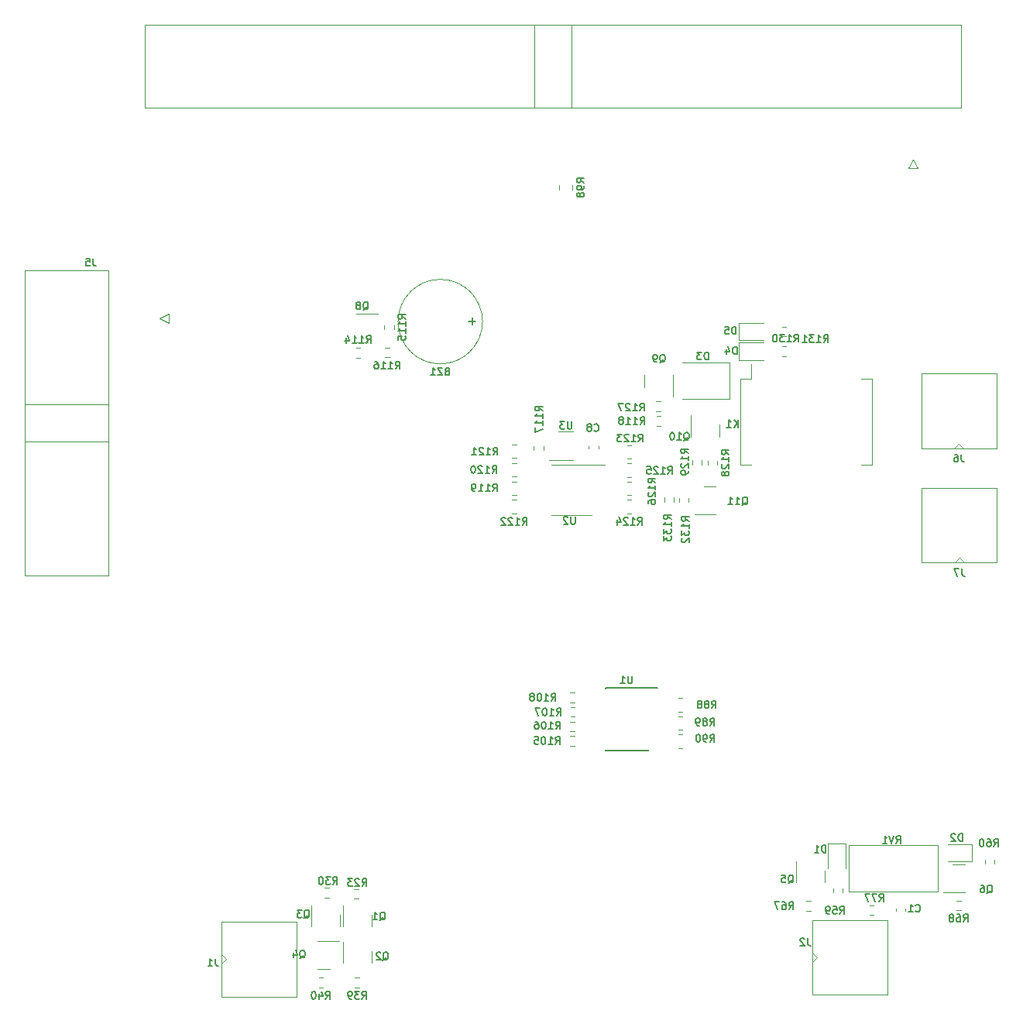
<source format=gbr>
%TF.GenerationSoftware,KiCad,Pcbnew,(6.0.5)*%
%TF.CreationDate,2022-06-30T03:28:59+08:00*%
%TF.ProjectId,lkt100a1_bclamp,6c6b7431-3030-4613-915f-62636c616d70,rev?*%
%TF.SameCoordinates,Original*%
%TF.FileFunction,Legend,Bot*%
%TF.FilePolarity,Positive*%
%FSLAX46Y46*%
G04 Gerber Fmt 4.6, Leading zero omitted, Abs format (unit mm)*
G04 Created by KiCad (PCBNEW (6.0.5)) date 2022-06-30 03:28:59*
%MOMM*%
%LPD*%
G01*
G04 APERTURE LIST*
%ADD10C,0.152400*%
%ADD11C,0.150000*%
%ADD12C,0.120000*%
G04 APERTURE END LIST*
D10*
%TO.C,R114*%
X89666561Y-62106504D02*
X89937495Y-61719456D01*
X90131019Y-62106504D02*
X90131019Y-61293704D01*
X89821380Y-61293704D01*
X89743971Y-61332409D01*
X89705266Y-61371113D01*
X89666561Y-61448523D01*
X89666561Y-61564637D01*
X89705266Y-61642047D01*
X89743971Y-61680751D01*
X89821380Y-61719456D01*
X90131019Y-61719456D01*
X88892466Y-62106504D02*
X89356923Y-62106504D01*
X89124695Y-62106504D02*
X89124695Y-61293704D01*
X89202104Y-61409818D01*
X89279514Y-61487228D01*
X89356923Y-61525932D01*
X88118371Y-62106504D02*
X88582828Y-62106504D01*
X88350600Y-62106504D02*
X88350600Y-61293704D01*
X88428009Y-61409818D01*
X88505419Y-61487228D01*
X88582828Y-61525932D01*
X87421685Y-61564637D02*
X87421685Y-62106504D01*
X87615209Y-61254999D02*
X87808733Y-61835570D01*
X87305571Y-61835570D01*
%TO.C,R60*%
X158265914Y-117130504D02*
X158536847Y-116743456D01*
X158730371Y-117130504D02*
X158730371Y-116317704D01*
X158420733Y-116317704D01*
X158343323Y-116356409D01*
X158304619Y-116395113D01*
X158265914Y-116472523D01*
X158265914Y-116588637D01*
X158304619Y-116666047D01*
X158343323Y-116704751D01*
X158420733Y-116743456D01*
X158730371Y-116743456D01*
X157569228Y-116317704D02*
X157724047Y-116317704D01*
X157801457Y-116356409D01*
X157840161Y-116395113D01*
X157917571Y-116511228D01*
X157956276Y-116666047D01*
X157956276Y-116975685D01*
X157917571Y-117053094D01*
X157878866Y-117091799D01*
X157801457Y-117130504D01*
X157646638Y-117130504D01*
X157569228Y-117091799D01*
X157530523Y-117053094D01*
X157491819Y-116975685D01*
X157491819Y-116782161D01*
X157530523Y-116704751D01*
X157569228Y-116666047D01*
X157646638Y-116627342D01*
X157801457Y-116627342D01*
X157878866Y-116666047D01*
X157917571Y-116704751D01*
X157956276Y-116782161D01*
X156988657Y-116317704D02*
X156911247Y-116317704D01*
X156833838Y-116356409D01*
X156795133Y-116395113D01*
X156756428Y-116472523D01*
X156717723Y-116627342D01*
X156717723Y-116820866D01*
X156756428Y-116975685D01*
X156795133Y-117053094D01*
X156833838Y-117091799D01*
X156911247Y-117130504D01*
X156988657Y-117130504D01*
X157066066Y-117091799D01*
X157104771Y-117053094D01*
X157143476Y-116975685D01*
X157182180Y-116820866D01*
X157182180Y-116627342D01*
X157143476Y-116472523D01*
X157104771Y-116395113D01*
X157066066Y-116356409D01*
X156988657Y-116317704D01*
%TO.C,R98*%
X113482295Y-44586894D02*
X113095247Y-44315961D01*
X113482295Y-44122437D02*
X112669495Y-44122437D01*
X112669495Y-44432075D01*
X112708200Y-44509485D01*
X112746904Y-44548189D01*
X112824314Y-44586894D01*
X112940428Y-44586894D01*
X113017838Y-44548189D01*
X113056542Y-44509485D01*
X113095247Y-44432075D01*
X113095247Y-44122437D01*
X113482295Y-44973942D02*
X113482295Y-45128761D01*
X113443590Y-45206170D01*
X113404885Y-45244875D01*
X113288771Y-45322285D01*
X113133952Y-45360989D01*
X112824314Y-45360989D01*
X112746904Y-45322285D01*
X112708200Y-45283580D01*
X112669495Y-45206170D01*
X112669495Y-45051351D01*
X112708200Y-44973942D01*
X112746904Y-44935237D01*
X112824314Y-44896532D01*
X113017838Y-44896532D01*
X113095247Y-44935237D01*
X113133952Y-44973942D01*
X113172657Y-45051351D01*
X113172657Y-45206170D01*
X113133952Y-45283580D01*
X113095247Y-45322285D01*
X113017838Y-45360989D01*
X113017838Y-45825447D02*
X112979133Y-45748037D01*
X112940428Y-45709332D01*
X112863019Y-45670628D01*
X112824314Y-45670628D01*
X112746904Y-45709332D01*
X112708200Y-45748037D01*
X112669495Y-45825447D01*
X112669495Y-45980266D01*
X112708200Y-46057675D01*
X112746904Y-46096380D01*
X112824314Y-46135085D01*
X112863019Y-46135085D01*
X112940428Y-46096380D01*
X112979133Y-46057675D01*
X113017838Y-45980266D01*
X113017838Y-45825447D01*
X113056542Y-45748037D01*
X113095247Y-45709332D01*
X113172657Y-45670628D01*
X113327476Y-45670628D01*
X113404885Y-45709332D01*
X113443590Y-45748037D01*
X113482295Y-45825447D01*
X113482295Y-45980266D01*
X113443590Y-46057675D01*
X113404885Y-46096380D01*
X113327476Y-46135085D01*
X113172657Y-46135085D01*
X113095247Y-46096380D01*
X113056542Y-46057675D01*
X113017838Y-45980266D01*
%TO.C,R123*%
X119409961Y-72883704D02*
X119680895Y-72496656D01*
X119874419Y-72883704D02*
X119874419Y-72070904D01*
X119564780Y-72070904D01*
X119487371Y-72109609D01*
X119448666Y-72148313D01*
X119409961Y-72225723D01*
X119409961Y-72341837D01*
X119448666Y-72419247D01*
X119487371Y-72457951D01*
X119564780Y-72496656D01*
X119874419Y-72496656D01*
X118635866Y-72883704D02*
X119100323Y-72883704D01*
X118868095Y-72883704D02*
X118868095Y-72070904D01*
X118945504Y-72187018D01*
X119022914Y-72264428D01*
X119100323Y-72303132D01*
X118326228Y-72148313D02*
X118287523Y-72109609D01*
X118210114Y-72070904D01*
X118016590Y-72070904D01*
X117939180Y-72109609D01*
X117900476Y-72148313D01*
X117861771Y-72225723D01*
X117861771Y-72303132D01*
X117900476Y-72419247D01*
X118364933Y-72883704D01*
X117861771Y-72883704D01*
X117590838Y-72070904D02*
X117087676Y-72070904D01*
X117358609Y-72380542D01*
X117242495Y-72380542D01*
X117165085Y-72419247D01*
X117126380Y-72457951D01*
X117087676Y-72535361D01*
X117087676Y-72728885D01*
X117126380Y-72806294D01*
X117165085Y-72844999D01*
X117242495Y-72883704D01*
X117474723Y-72883704D01*
X117552133Y-72844999D01*
X117590838Y-72806294D01*
%TO.C,R128*%
X129315095Y-74286647D02*
X128928047Y-74015713D01*
X129315095Y-73822189D02*
X128502295Y-73822189D01*
X128502295Y-74131828D01*
X128541000Y-74209237D01*
X128579704Y-74247942D01*
X128657114Y-74286647D01*
X128773228Y-74286647D01*
X128850638Y-74247942D01*
X128889342Y-74209237D01*
X128928047Y-74131828D01*
X128928047Y-73822189D01*
X129315095Y-75060742D02*
X129315095Y-74596285D01*
X129315095Y-74828513D02*
X128502295Y-74828513D01*
X128618409Y-74751104D01*
X128695819Y-74673694D01*
X128734523Y-74596285D01*
X128579704Y-75370380D02*
X128541000Y-75409085D01*
X128502295Y-75486494D01*
X128502295Y-75680018D01*
X128541000Y-75757428D01*
X128579704Y-75796132D01*
X128657114Y-75834837D01*
X128734523Y-75834837D01*
X128850638Y-75796132D01*
X129315095Y-75331675D01*
X129315095Y-75834837D01*
X128850638Y-76299294D02*
X128811933Y-76221885D01*
X128773228Y-76183180D01*
X128695819Y-76144475D01*
X128657114Y-76144475D01*
X128579704Y-76183180D01*
X128541000Y-76221885D01*
X128502295Y-76299294D01*
X128502295Y-76454113D01*
X128541000Y-76531523D01*
X128579704Y-76570228D01*
X128657114Y-76608932D01*
X128695819Y-76608932D01*
X128773228Y-76570228D01*
X128811933Y-76531523D01*
X128850638Y-76454113D01*
X128850638Y-76299294D01*
X128889342Y-76221885D01*
X128928047Y-76183180D01*
X129005457Y-76144475D01*
X129160276Y-76144475D01*
X129237685Y-76183180D01*
X129276390Y-76221885D01*
X129315095Y-76299294D01*
X129315095Y-76454113D01*
X129276390Y-76531523D01*
X129237685Y-76570228D01*
X129160276Y-76608932D01*
X129005457Y-76608932D01*
X128928047Y-76570228D01*
X128889342Y-76531523D01*
X128850638Y-76454113D01*
%TO.C,J1*%
X73178333Y-129398704D02*
X73178333Y-129979275D01*
X73217038Y-130095389D01*
X73294447Y-130172799D01*
X73410561Y-130211504D01*
X73487971Y-130211504D01*
X72365533Y-130211504D02*
X72829990Y-130211504D01*
X72597761Y-130211504D02*
X72597761Y-129398704D01*
X72675171Y-129514818D01*
X72752580Y-129592228D01*
X72829990Y-129630932D01*
%TO.C,Q8*%
X89291609Y-58496113D02*
X89369019Y-58457409D01*
X89446428Y-58379999D01*
X89562542Y-58263885D01*
X89639952Y-58225180D01*
X89717361Y-58225180D01*
X89678657Y-58418704D02*
X89756066Y-58379999D01*
X89833476Y-58302589D01*
X89872180Y-58147770D01*
X89872180Y-57876837D01*
X89833476Y-57722018D01*
X89756066Y-57644609D01*
X89678657Y-57605904D01*
X89523838Y-57605904D01*
X89446428Y-57644609D01*
X89369019Y-57722018D01*
X89330314Y-57876837D01*
X89330314Y-58147770D01*
X89369019Y-58302589D01*
X89446428Y-58379999D01*
X89523838Y-58418704D01*
X89678657Y-58418704D01*
X88865857Y-57954247D02*
X88943266Y-57915542D01*
X88981971Y-57876837D01*
X89020676Y-57799428D01*
X89020676Y-57760723D01*
X88981971Y-57683313D01*
X88943266Y-57644609D01*
X88865857Y-57605904D01*
X88711038Y-57605904D01*
X88633628Y-57644609D01*
X88594923Y-57683313D01*
X88556219Y-57760723D01*
X88556219Y-57799428D01*
X88594923Y-57876837D01*
X88633628Y-57915542D01*
X88711038Y-57954247D01*
X88865857Y-57954247D01*
X88943266Y-57992951D01*
X88981971Y-58031656D01*
X89020676Y-58109066D01*
X89020676Y-58263885D01*
X88981971Y-58341294D01*
X88943266Y-58379999D01*
X88865857Y-58418704D01*
X88711038Y-58418704D01*
X88633628Y-58379999D01*
X88594923Y-58341294D01*
X88556219Y-58263885D01*
X88556219Y-58109066D01*
X88594923Y-58031656D01*
X88633628Y-57992951D01*
X88711038Y-57954247D01*
%TO.C,U3*%
X112111176Y-70673904D02*
X112111176Y-71331885D01*
X112072471Y-71409294D01*
X112033766Y-71447999D01*
X111956357Y-71486704D01*
X111801538Y-71486704D01*
X111724128Y-71447999D01*
X111685423Y-71409294D01*
X111646719Y-71331885D01*
X111646719Y-70673904D01*
X111337080Y-70673904D02*
X110833919Y-70673904D01*
X111104852Y-70983542D01*
X110988738Y-70983542D01*
X110911328Y-71022247D01*
X110872623Y-71060951D01*
X110833919Y-71138361D01*
X110833919Y-71331885D01*
X110872623Y-71409294D01*
X110911328Y-71447999D01*
X110988738Y-71486704D01*
X111220966Y-71486704D01*
X111298376Y-71447999D01*
X111337080Y-71409294D01*
%TO.C,R39*%
X89190114Y-133800504D02*
X89461047Y-133413456D01*
X89654571Y-133800504D02*
X89654571Y-132987704D01*
X89344933Y-132987704D01*
X89267523Y-133026409D01*
X89228819Y-133065113D01*
X89190114Y-133142523D01*
X89190114Y-133258637D01*
X89228819Y-133336047D01*
X89267523Y-133374751D01*
X89344933Y-133413456D01*
X89654571Y-133413456D01*
X88919180Y-132987704D02*
X88416019Y-132987704D01*
X88686952Y-133297342D01*
X88570838Y-133297342D01*
X88493428Y-133336047D01*
X88454723Y-133374751D01*
X88416019Y-133452161D01*
X88416019Y-133645685D01*
X88454723Y-133723094D01*
X88493428Y-133761799D01*
X88570838Y-133800504D01*
X88803066Y-133800504D01*
X88880476Y-133761799D01*
X88919180Y-133723094D01*
X88028971Y-133800504D02*
X87874152Y-133800504D01*
X87796742Y-133761799D01*
X87758038Y-133723094D01*
X87680628Y-133606980D01*
X87641923Y-133452161D01*
X87641923Y-133142523D01*
X87680628Y-133065113D01*
X87719333Y-133026409D01*
X87796742Y-132987704D01*
X87951561Y-132987704D01*
X88028971Y-133026409D01*
X88067676Y-133065113D01*
X88106380Y-133142523D01*
X88106380Y-133336047D01*
X88067676Y-133413456D01*
X88028971Y-133452161D01*
X87951561Y-133490866D01*
X87796742Y-133490866D01*
X87719333Y-133452161D01*
X87680628Y-133413456D01*
X87641923Y-133336047D01*
%TO.C,R116*%
X92841561Y-64941104D02*
X93112495Y-64554056D01*
X93306019Y-64941104D02*
X93306019Y-64128304D01*
X92996380Y-64128304D01*
X92918971Y-64167009D01*
X92880266Y-64205713D01*
X92841561Y-64283123D01*
X92841561Y-64399237D01*
X92880266Y-64476647D01*
X92918971Y-64515351D01*
X92996380Y-64554056D01*
X93306019Y-64554056D01*
X92067466Y-64941104D02*
X92531923Y-64941104D01*
X92299695Y-64941104D02*
X92299695Y-64128304D01*
X92377104Y-64244418D01*
X92454514Y-64321828D01*
X92531923Y-64360532D01*
X91293371Y-64941104D02*
X91757828Y-64941104D01*
X91525600Y-64941104D02*
X91525600Y-64128304D01*
X91603009Y-64244418D01*
X91680419Y-64321828D01*
X91757828Y-64360532D01*
X90596685Y-64128304D02*
X90751504Y-64128304D01*
X90828914Y-64167009D01*
X90867619Y-64205713D01*
X90945028Y-64321828D01*
X90983733Y-64476647D01*
X90983733Y-64786285D01*
X90945028Y-64863694D01*
X90906323Y-64902399D01*
X90828914Y-64941104D01*
X90674095Y-64941104D01*
X90596685Y-64902399D01*
X90557980Y-64863694D01*
X90519276Y-64786285D01*
X90519276Y-64592761D01*
X90557980Y-64515351D01*
X90596685Y-64476647D01*
X90674095Y-64437942D01*
X90828914Y-64437942D01*
X90906323Y-64476647D01*
X90945028Y-64515351D01*
X90983733Y-64592761D01*
%TO.C,D5*%
X130083023Y-61123504D02*
X130083023Y-60310704D01*
X129889500Y-60310704D01*
X129773385Y-60349409D01*
X129695976Y-60426818D01*
X129657271Y-60504228D01*
X129618566Y-60659047D01*
X129618566Y-60775161D01*
X129657271Y-60929980D01*
X129695976Y-61007389D01*
X129773385Y-61084799D01*
X129889500Y-61123504D01*
X130083023Y-61123504D01*
X128883176Y-60310704D02*
X129270223Y-60310704D01*
X129308928Y-60697751D01*
X129270223Y-60659047D01*
X129192814Y-60620342D01*
X128999290Y-60620342D01*
X128921880Y-60659047D01*
X128883176Y-60697751D01*
X128844471Y-60775161D01*
X128844471Y-60968685D01*
X128883176Y-61046094D01*
X128921880Y-61084799D01*
X128999290Y-61123504D01*
X129192814Y-61123504D01*
X129270223Y-61084799D01*
X129308928Y-61046094D01*
%TO.C,R59*%
X141425714Y-124496504D02*
X141696647Y-124109456D01*
X141890171Y-124496504D02*
X141890171Y-123683704D01*
X141580533Y-123683704D01*
X141503123Y-123722409D01*
X141464419Y-123761113D01*
X141425714Y-123838523D01*
X141425714Y-123954637D01*
X141464419Y-124032047D01*
X141503123Y-124070751D01*
X141580533Y-124109456D01*
X141890171Y-124109456D01*
X140690323Y-123683704D02*
X141077371Y-123683704D01*
X141116076Y-124070751D01*
X141077371Y-124032047D01*
X140999961Y-123993342D01*
X140806438Y-123993342D01*
X140729028Y-124032047D01*
X140690323Y-124070751D01*
X140651619Y-124148161D01*
X140651619Y-124341685D01*
X140690323Y-124419094D01*
X140729028Y-124457799D01*
X140806438Y-124496504D01*
X140999961Y-124496504D01*
X141077371Y-124457799D01*
X141116076Y-124419094D01*
X140264571Y-124496504D02*
X140109752Y-124496504D01*
X140032342Y-124457799D01*
X139993638Y-124419094D01*
X139916228Y-124302980D01*
X139877523Y-124148161D01*
X139877523Y-123838523D01*
X139916228Y-123761113D01*
X139954933Y-123722409D01*
X140032342Y-123683704D01*
X140187161Y-123683704D01*
X140264571Y-123722409D01*
X140303276Y-123761113D01*
X140341980Y-123838523D01*
X140341980Y-124032047D01*
X140303276Y-124109456D01*
X140264571Y-124148161D01*
X140187161Y-124186866D01*
X140032342Y-124186866D01*
X139954933Y-124148161D01*
X139916228Y-124109456D01*
X139877523Y-124032047D01*
%TO.C,J7*%
X154773933Y-86770504D02*
X154773933Y-87351075D01*
X154812638Y-87467189D01*
X154890047Y-87544599D01*
X155006161Y-87583304D01*
X155083571Y-87583304D01*
X154464295Y-86770504D02*
X153922428Y-86770504D01*
X154270771Y-87583304D01*
%TO.C,R124*%
X119333761Y-81976904D02*
X119604695Y-81589856D01*
X119798219Y-81976904D02*
X119798219Y-81164104D01*
X119488580Y-81164104D01*
X119411171Y-81202809D01*
X119372466Y-81241513D01*
X119333761Y-81318923D01*
X119333761Y-81435037D01*
X119372466Y-81512447D01*
X119411171Y-81551151D01*
X119488580Y-81589856D01*
X119798219Y-81589856D01*
X118559666Y-81976904D02*
X119024123Y-81976904D01*
X118791895Y-81976904D02*
X118791895Y-81164104D01*
X118869304Y-81280218D01*
X118946714Y-81357628D01*
X119024123Y-81396332D01*
X118250028Y-81241513D02*
X118211323Y-81202809D01*
X118133914Y-81164104D01*
X117940390Y-81164104D01*
X117862980Y-81202809D01*
X117824276Y-81241513D01*
X117785571Y-81318923D01*
X117785571Y-81396332D01*
X117824276Y-81512447D01*
X118288733Y-81976904D01*
X117785571Y-81976904D01*
X117088885Y-81435037D02*
X117088885Y-81976904D01*
X117282409Y-81125399D02*
X117475933Y-81705970D01*
X116972771Y-81705970D01*
%TO.C,D3*%
X127050523Y-63934504D02*
X127050523Y-63121704D01*
X126857000Y-63121704D01*
X126740885Y-63160409D01*
X126663476Y-63237818D01*
X126624771Y-63315228D01*
X126586066Y-63470047D01*
X126586066Y-63586161D01*
X126624771Y-63740980D01*
X126663476Y-63818389D01*
X126740885Y-63895799D01*
X126857000Y-63934504D01*
X127050523Y-63934504D01*
X126315133Y-63121704D02*
X125811971Y-63121704D01*
X126082904Y-63431342D01*
X125966790Y-63431342D01*
X125889380Y-63470047D01*
X125850676Y-63508751D01*
X125811971Y-63586161D01*
X125811971Y-63779685D01*
X125850676Y-63857094D01*
X125889380Y-63895799D01*
X125966790Y-63934504D01*
X126199019Y-63934504D01*
X126276428Y-63895799D01*
X126315133Y-63857094D01*
%TO.C,Q10*%
X124375057Y-72757913D02*
X124452466Y-72719209D01*
X124529876Y-72641799D01*
X124645990Y-72525685D01*
X124723400Y-72486980D01*
X124800809Y-72486980D01*
X124762104Y-72680504D02*
X124839514Y-72641799D01*
X124916923Y-72564389D01*
X124955628Y-72409570D01*
X124955628Y-72138637D01*
X124916923Y-71983818D01*
X124839514Y-71906409D01*
X124762104Y-71867704D01*
X124607285Y-71867704D01*
X124529876Y-71906409D01*
X124452466Y-71983818D01*
X124413761Y-72138637D01*
X124413761Y-72409570D01*
X124452466Y-72564389D01*
X124529876Y-72641799D01*
X124607285Y-72680504D01*
X124762104Y-72680504D01*
X123639666Y-72680504D02*
X124104123Y-72680504D01*
X123871895Y-72680504D02*
X123871895Y-71867704D01*
X123949304Y-71983818D01*
X124026714Y-72061228D01*
X124104123Y-72099932D01*
X123136504Y-71867704D02*
X123059095Y-71867704D01*
X122981685Y-71906409D01*
X122942980Y-71945113D01*
X122904276Y-72022523D01*
X122865571Y-72177342D01*
X122865571Y-72370866D01*
X122904276Y-72525685D01*
X122942980Y-72603094D01*
X122981685Y-72641799D01*
X123059095Y-72680504D01*
X123136504Y-72680504D01*
X123213914Y-72641799D01*
X123252619Y-72603094D01*
X123291323Y-72525685D01*
X123330028Y-72370866D01*
X123330028Y-72177342D01*
X123291323Y-72022523D01*
X123252619Y-71945113D01*
X123213914Y-71906409D01*
X123136504Y-71867704D01*
%TO.C,U1*%
X118734876Y-98504904D02*
X118734876Y-99162885D01*
X118696171Y-99240294D01*
X118657466Y-99278999D01*
X118580057Y-99317704D01*
X118425238Y-99317704D01*
X118347828Y-99278999D01*
X118309123Y-99240294D01*
X118270419Y-99162885D01*
X118270419Y-98504904D01*
X117457619Y-99317704D02*
X117922076Y-99317704D01*
X117689847Y-99317704D02*
X117689847Y-98504904D01*
X117767257Y-98621018D01*
X117844666Y-98698428D01*
X117922076Y-98737132D01*
%TO.C,Q2*%
X91476009Y-129577713D02*
X91553419Y-129539009D01*
X91630828Y-129461599D01*
X91746942Y-129345485D01*
X91824352Y-129306780D01*
X91901761Y-129306780D01*
X91863057Y-129500304D02*
X91940466Y-129461599D01*
X92017876Y-129384189D01*
X92056580Y-129229370D01*
X92056580Y-128958437D01*
X92017876Y-128803618D01*
X91940466Y-128726209D01*
X91863057Y-128687504D01*
X91708238Y-128687504D01*
X91630828Y-128726209D01*
X91553419Y-128803618D01*
X91514714Y-128958437D01*
X91514714Y-129229370D01*
X91553419Y-129384189D01*
X91630828Y-129461599D01*
X91708238Y-129500304D01*
X91863057Y-129500304D01*
X91205076Y-128764913D02*
X91166371Y-128726209D01*
X91088961Y-128687504D01*
X90895438Y-128687504D01*
X90818028Y-128726209D01*
X90779323Y-128764913D01*
X90740619Y-128842323D01*
X90740619Y-128919732D01*
X90779323Y-129035847D01*
X91243780Y-129500304D01*
X90740619Y-129500304D01*
%TO.C,C8*%
X114571866Y-71688694D02*
X114610571Y-71727399D01*
X114726685Y-71766104D01*
X114804095Y-71766104D01*
X114920209Y-71727399D01*
X114997619Y-71649989D01*
X115036323Y-71572580D01*
X115075028Y-71417761D01*
X115075028Y-71301647D01*
X115036323Y-71146828D01*
X114997619Y-71069418D01*
X114920209Y-70992009D01*
X114804095Y-70953304D01*
X114726685Y-70953304D01*
X114610571Y-70992009D01*
X114571866Y-71030713D01*
X114107409Y-71301647D02*
X114184819Y-71262942D01*
X114223523Y-71224237D01*
X114262228Y-71146828D01*
X114262228Y-71108123D01*
X114223523Y-71030713D01*
X114184819Y-70992009D01*
X114107409Y-70953304D01*
X113952590Y-70953304D01*
X113875180Y-70992009D01*
X113836476Y-71030713D01*
X113797771Y-71108123D01*
X113797771Y-71146828D01*
X113836476Y-71224237D01*
X113875180Y-71262942D01*
X113952590Y-71301647D01*
X114107409Y-71301647D01*
X114184819Y-71340351D01*
X114223523Y-71379056D01*
X114262228Y-71456466D01*
X114262228Y-71611285D01*
X114223523Y-71688694D01*
X114184819Y-71727399D01*
X114107409Y-71766104D01*
X113952590Y-71766104D01*
X113875180Y-71727399D01*
X113836476Y-71688694D01*
X113797771Y-71611285D01*
X113797771Y-71456466D01*
X113836476Y-71379056D01*
X113875180Y-71340351D01*
X113952590Y-71301647D01*
%TO.C,R108*%
X109884961Y-101230104D02*
X110155895Y-100843056D01*
X110349419Y-101230104D02*
X110349419Y-100417304D01*
X110039780Y-100417304D01*
X109962371Y-100456009D01*
X109923666Y-100494713D01*
X109884961Y-100572123D01*
X109884961Y-100688237D01*
X109923666Y-100765647D01*
X109962371Y-100804351D01*
X110039780Y-100843056D01*
X110349419Y-100843056D01*
X109110866Y-101230104D02*
X109575323Y-101230104D01*
X109343095Y-101230104D02*
X109343095Y-100417304D01*
X109420504Y-100533418D01*
X109497914Y-100610828D01*
X109575323Y-100649532D01*
X108607704Y-100417304D02*
X108530295Y-100417304D01*
X108452885Y-100456009D01*
X108414180Y-100494713D01*
X108375476Y-100572123D01*
X108336771Y-100726942D01*
X108336771Y-100920466D01*
X108375476Y-101075285D01*
X108414180Y-101152694D01*
X108452885Y-101191399D01*
X108530295Y-101230104D01*
X108607704Y-101230104D01*
X108685114Y-101191399D01*
X108723819Y-101152694D01*
X108762523Y-101075285D01*
X108801228Y-100920466D01*
X108801228Y-100726942D01*
X108762523Y-100572123D01*
X108723819Y-100494713D01*
X108685114Y-100456009D01*
X108607704Y-100417304D01*
X107872314Y-100765647D02*
X107949723Y-100726942D01*
X107988428Y-100688237D01*
X108027133Y-100610828D01*
X108027133Y-100572123D01*
X107988428Y-100494713D01*
X107949723Y-100456009D01*
X107872314Y-100417304D01*
X107717495Y-100417304D01*
X107640085Y-100456009D01*
X107601380Y-100494713D01*
X107562676Y-100572123D01*
X107562676Y-100610828D01*
X107601380Y-100688237D01*
X107640085Y-100726942D01*
X107717495Y-100765647D01*
X107872314Y-100765647D01*
X107949723Y-100804351D01*
X107988428Y-100843056D01*
X108027133Y-100920466D01*
X108027133Y-101075285D01*
X107988428Y-101152694D01*
X107949723Y-101191399D01*
X107872314Y-101230104D01*
X107717495Y-101230104D01*
X107640085Y-101191399D01*
X107601380Y-101152694D01*
X107562676Y-101075285D01*
X107562676Y-100920466D01*
X107601380Y-100843056D01*
X107640085Y-100804351D01*
X107717495Y-100765647D01*
%TO.C,R90*%
X127252514Y-105700504D02*
X127523447Y-105313456D01*
X127716971Y-105700504D02*
X127716971Y-104887704D01*
X127407333Y-104887704D01*
X127329923Y-104926409D01*
X127291219Y-104965113D01*
X127252514Y-105042523D01*
X127252514Y-105158637D01*
X127291219Y-105236047D01*
X127329923Y-105274751D01*
X127407333Y-105313456D01*
X127716971Y-105313456D01*
X126865466Y-105700504D02*
X126710647Y-105700504D01*
X126633238Y-105661799D01*
X126594533Y-105623094D01*
X126517123Y-105506980D01*
X126478419Y-105352161D01*
X126478419Y-105042523D01*
X126517123Y-104965113D01*
X126555828Y-104926409D01*
X126633238Y-104887704D01*
X126788057Y-104887704D01*
X126865466Y-104926409D01*
X126904171Y-104965113D01*
X126942876Y-105042523D01*
X126942876Y-105236047D01*
X126904171Y-105313456D01*
X126865466Y-105352161D01*
X126788057Y-105390866D01*
X126633238Y-105390866D01*
X126555828Y-105352161D01*
X126517123Y-105313456D01*
X126478419Y-105236047D01*
X125975257Y-104887704D02*
X125897847Y-104887704D01*
X125820438Y-104926409D01*
X125781733Y-104965113D01*
X125743028Y-105042523D01*
X125704323Y-105197342D01*
X125704323Y-105390866D01*
X125743028Y-105545685D01*
X125781733Y-105623094D01*
X125820438Y-105661799D01*
X125897847Y-105700504D01*
X125975257Y-105700504D01*
X126052666Y-105661799D01*
X126091371Y-105623094D01*
X126130076Y-105545685D01*
X126168780Y-105390866D01*
X126168780Y-105197342D01*
X126130076Y-105042523D01*
X126091371Y-104965113D01*
X126052666Y-104926409D01*
X125975257Y-104887704D01*
%TO.C,D2*%
X154825923Y-116547304D02*
X154825923Y-115734504D01*
X154632400Y-115734504D01*
X154516285Y-115773209D01*
X154438876Y-115850618D01*
X154400171Y-115928028D01*
X154361466Y-116082847D01*
X154361466Y-116198961D01*
X154400171Y-116353780D01*
X154438876Y-116431189D01*
X154516285Y-116508599D01*
X154632400Y-116547304D01*
X154825923Y-116547304D01*
X154051828Y-115811913D02*
X154013123Y-115773209D01*
X153935714Y-115734504D01*
X153742190Y-115734504D01*
X153664780Y-115773209D01*
X153626076Y-115811913D01*
X153587371Y-115889323D01*
X153587371Y-115966732D01*
X153626076Y-116082847D01*
X154090533Y-116547304D01*
X153587371Y-116547304D01*
%TO.C,BZ1*%
X98464638Y-65207151D02*
X98348523Y-65245856D01*
X98309819Y-65284561D01*
X98271114Y-65361970D01*
X98271114Y-65478085D01*
X98309819Y-65555494D01*
X98348523Y-65594199D01*
X98425933Y-65632904D01*
X98735571Y-65632904D01*
X98735571Y-64820104D01*
X98464638Y-64820104D01*
X98387228Y-64858809D01*
X98348523Y-64897513D01*
X98309819Y-64974923D01*
X98309819Y-65052332D01*
X98348523Y-65129742D01*
X98387228Y-65168447D01*
X98464638Y-65207151D01*
X98735571Y-65207151D01*
X98000180Y-64820104D02*
X97458314Y-64820104D01*
X98000180Y-65632904D01*
X97458314Y-65632904D01*
X96722923Y-65632904D02*
X97187380Y-65632904D01*
X96955152Y-65632904D02*
X96955152Y-64820104D01*
X97032561Y-64936218D01*
X97109971Y-65013628D01*
X97187380Y-65052332D01*
D11*
X101629552Y-59736637D02*
X100867647Y-59736637D01*
X101248600Y-60117589D02*
X101248600Y-59355685D01*
D10*
%TO.C,R132*%
X124938695Y-81588647D02*
X124551647Y-81317713D01*
X124938695Y-81124189D02*
X124125895Y-81124189D01*
X124125895Y-81433828D01*
X124164600Y-81511237D01*
X124203304Y-81549942D01*
X124280714Y-81588647D01*
X124396828Y-81588647D01*
X124474238Y-81549942D01*
X124512942Y-81511237D01*
X124551647Y-81433828D01*
X124551647Y-81124189D01*
X124938695Y-82362742D02*
X124938695Y-81898285D01*
X124938695Y-82130513D02*
X124125895Y-82130513D01*
X124242009Y-82053104D01*
X124319419Y-81975694D01*
X124358123Y-81898285D01*
X124125895Y-82633675D02*
X124125895Y-83136837D01*
X124435533Y-82865904D01*
X124435533Y-82982018D01*
X124474238Y-83059428D01*
X124512942Y-83098132D01*
X124590352Y-83136837D01*
X124783876Y-83136837D01*
X124861285Y-83098132D01*
X124899990Y-83059428D01*
X124938695Y-82982018D01*
X124938695Y-82749789D01*
X124899990Y-82672380D01*
X124861285Y-82633675D01*
X124203304Y-83446475D02*
X124164600Y-83485180D01*
X124125895Y-83562589D01*
X124125895Y-83756113D01*
X124164600Y-83833523D01*
X124203304Y-83872228D01*
X124280714Y-83910932D01*
X124358123Y-83910932D01*
X124474238Y-83872228D01*
X124938695Y-83407770D01*
X124938695Y-83910932D01*
%TO.C,R121*%
X103534961Y-74331504D02*
X103805895Y-73944456D01*
X103999419Y-74331504D02*
X103999419Y-73518704D01*
X103689780Y-73518704D01*
X103612371Y-73557409D01*
X103573666Y-73596113D01*
X103534961Y-73673523D01*
X103534961Y-73789637D01*
X103573666Y-73867047D01*
X103612371Y-73905751D01*
X103689780Y-73944456D01*
X103999419Y-73944456D01*
X102760866Y-74331504D02*
X103225323Y-74331504D01*
X102993095Y-74331504D02*
X102993095Y-73518704D01*
X103070504Y-73634818D01*
X103147914Y-73712228D01*
X103225323Y-73750932D01*
X102451228Y-73596113D02*
X102412523Y-73557409D01*
X102335114Y-73518704D01*
X102141590Y-73518704D01*
X102064180Y-73557409D01*
X102025476Y-73596113D01*
X101986771Y-73673523D01*
X101986771Y-73750932D01*
X102025476Y-73867047D01*
X102489933Y-74331504D01*
X101986771Y-74331504D01*
X101212676Y-74331504D02*
X101677133Y-74331504D01*
X101444904Y-74331504D02*
X101444904Y-73518704D01*
X101522314Y-73634818D01*
X101599723Y-73712228D01*
X101677133Y-73750932D01*
%TO.C,U2*%
X112490276Y-81087904D02*
X112490276Y-81745885D01*
X112451571Y-81823294D01*
X112412866Y-81861999D01*
X112335457Y-81900704D01*
X112180638Y-81900704D01*
X112103228Y-81861999D01*
X112064523Y-81823294D01*
X112025819Y-81745885D01*
X112025819Y-81087904D01*
X111677476Y-81165313D02*
X111638771Y-81126609D01*
X111561361Y-81087904D01*
X111367838Y-81087904D01*
X111290428Y-81126609D01*
X111251723Y-81165313D01*
X111213019Y-81242723D01*
X111213019Y-81320132D01*
X111251723Y-81436247D01*
X111716180Y-81900704D01*
X111213019Y-81900704D01*
%TO.C,Q6*%
X157516009Y-122262513D02*
X157593419Y-122223809D01*
X157670828Y-122146399D01*
X157786942Y-122030285D01*
X157864352Y-121991580D01*
X157941761Y-121991580D01*
X157903057Y-122185104D02*
X157980466Y-122146399D01*
X158057876Y-122068989D01*
X158096580Y-121914170D01*
X158096580Y-121643237D01*
X158057876Y-121488418D01*
X157980466Y-121411009D01*
X157903057Y-121372304D01*
X157748238Y-121372304D01*
X157670828Y-121411009D01*
X157593419Y-121488418D01*
X157554714Y-121643237D01*
X157554714Y-121914170D01*
X157593419Y-122068989D01*
X157670828Y-122146399D01*
X157748238Y-122185104D01*
X157903057Y-122185104D01*
X156858028Y-121372304D02*
X157012847Y-121372304D01*
X157090257Y-121411009D01*
X157128961Y-121449713D01*
X157206371Y-121565828D01*
X157245076Y-121720647D01*
X157245076Y-122030285D01*
X157206371Y-122107694D01*
X157167666Y-122146399D01*
X157090257Y-122185104D01*
X156935438Y-122185104D01*
X156858028Y-122146399D01*
X156819323Y-122107694D01*
X156780619Y-122030285D01*
X156780619Y-121836761D01*
X156819323Y-121759351D01*
X156858028Y-121720647D01*
X156935438Y-121681942D01*
X157090257Y-121681942D01*
X157167666Y-121720647D01*
X157206371Y-121759351D01*
X157245076Y-121836761D01*
%TO.C,J6*%
X154723133Y-74273704D02*
X154723133Y-74854275D01*
X154761838Y-74970389D01*
X154839247Y-75047799D01*
X154955361Y-75086504D01*
X155032771Y-75086504D01*
X153987742Y-74273704D02*
X154142561Y-74273704D01*
X154219971Y-74312409D01*
X154258676Y-74351113D01*
X154336085Y-74467228D01*
X154374790Y-74622047D01*
X154374790Y-74931685D01*
X154336085Y-75009094D01*
X154297380Y-75047799D01*
X154219971Y-75086504D01*
X154065152Y-75086504D01*
X153987742Y-75047799D01*
X153949038Y-75009094D01*
X153910333Y-74931685D01*
X153910333Y-74738161D01*
X153949038Y-74660751D01*
X153987742Y-74622047D01*
X154065152Y-74583342D01*
X154219971Y-74583342D01*
X154297380Y-74622047D01*
X154336085Y-74660751D01*
X154374790Y-74738161D01*
%TO.C,D4*%
X130174723Y-63333304D02*
X130174723Y-62520504D01*
X129981200Y-62520504D01*
X129865085Y-62559209D01*
X129787676Y-62636618D01*
X129748971Y-62714028D01*
X129710266Y-62868847D01*
X129710266Y-62984961D01*
X129748971Y-63139780D01*
X129787676Y-63217189D01*
X129865085Y-63294599D01*
X129981200Y-63333304D01*
X130174723Y-63333304D01*
X129013580Y-62791437D02*
X129013580Y-63333304D01*
X129207104Y-62481799D02*
X129400628Y-63062370D01*
X128897466Y-63062370D01*
%TO.C,Q3*%
X82840009Y-124980313D02*
X82917419Y-124941609D01*
X82994828Y-124864199D01*
X83110942Y-124748085D01*
X83188352Y-124709380D01*
X83265761Y-124709380D01*
X83227057Y-124902904D02*
X83304466Y-124864199D01*
X83381876Y-124786789D01*
X83420580Y-124631970D01*
X83420580Y-124361037D01*
X83381876Y-124206218D01*
X83304466Y-124128809D01*
X83227057Y-124090104D01*
X83072238Y-124090104D01*
X82994828Y-124128809D01*
X82917419Y-124206218D01*
X82878714Y-124361037D01*
X82878714Y-124631970D01*
X82917419Y-124786789D01*
X82994828Y-124864199D01*
X83072238Y-124902904D01*
X83227057Y-124902904D01*
X82607780Y-124090104D02*
X82104619Y-124090104D01*
X82375552Y-124399742D01*
X82259438Y-124399742D01*
X82182028Y-124438447D01*
X82143323Y-124477151D01*
X82104619Y-124554561D01*
X82104619Y-124748085D01*
X82143323Y-124825494D01*
X82182028Y-124864199D01*
X82259438Y-124902904D01*
X82491666Y-124902904D01*
X82569076Y-124864199D01*
X82607780Y-124825494D01*
%TO.C,K1*%
X130301723Y-71308904D02*
X130301723Y-70496104D01*
X129837266Y-71308904D02*
X130185609Y-70844447D01*
X129837266Y-70496104D02*
X130301723Y-70960561D01*
X129063171Y-71308904D02*
X129527628Y-71308904D01*
X129295400Y-71308904D02*
X129295400Y-70496104D01*
X129372809Y-70612218D01*
X129450219Y-70689628D01*
X129527628Y-70728332D01*
%TO.C,R77*%
X145743714Y-123124904D02*
X146014647Y-122737856D01*
X146208171Y-123124904D02*
X146208171Y-122312104D01*
X145898533Y-122312104D01*
X145821123Y-122350809D01*
X145782419Y-122389513D01*
X145743714Y-122466923D01*
X145743714Y-122583037D01*
X145782419Y-122660447D01*
X145821123Y-122699151D01*
X145898533Y-122737856D01*
X146208171Y-122737856D01*
X145472780Y-122312104D02*
X144930914Y-122312104D01*
X145279257Y-123124904D01*
X144698685Y-122312104D02*
X144156819Y-122312104D01*
X144505161Y-123124904D01*
%TO.C,R131*%
X139665961Y-62037904D02*
X139936895Y-61650856D01*
X140130419Y-62037904D02*
X140130419Y-61225104D01*
X139820780Y-61225104D01*
X139743371Y-61263809D01*
X139704666Y-61302513D01*
X139665961Y-61379923D01*
X139665961Y-61496037D01*
X139704666Y-61573447D01*
X139743371Y-61612151D01*
X139820780Y-61650856D01*
X140130419Y-61650856D01*
X138891866Y-62037904D02*
X139356323Y-62037904D01*
X139124095Y-62037904D02*
X139124095Y-61225104D01*
X139201504Y-61341218D01*
X139278914Y-61418628D01*
X139356323Y-61457332D01*
X138620933Y-61225104D02*
X138117771Y-61225104D01*
X138388704Y-61534742D01*
X138272590Y-61534742D01*
X138195180Y-61573447D01*
X138156476Y-61612151D01*
X138117771Y-61689561D01*
X138117771Y-61883085D01*
X138156476Y-61960494D01*
X138195180Y-61999199D01*
X138272590Y-62037904D01*
X138504819Y-62037904D01*
X138582228Y-61999199D01*
X138620933Y-61960494D01*
X137343676Y-62037904D02*
X137808133Y-62037904D01*
X137575904Y-62037904D02*
X137575904Y-61225104D01*
X137653314Y-61341218D01*
X137730723Y-61418628D01*
X137808133Y-61457332D01*
%TO.C,Q9*%
X121727409Y-64248913D02*
X121804819Y-64210209D01*
X121882228Y-64132799D01*
X121998342Y-64016685D01*
X122075752Y-63977980D01*
X122153161Y-63977980D01*
X122114457Y-64171504D02*
X122191866Y-64132799D01*
X122269276Y-64055389D01*
X122307980Y-63900570D01*
X122307980Y-63629637D01*
X122269276Y-63474818D01*
X122191866Y-63397409D01*
X122114457Y-63358704D01*
X121959638Y-63358704D01*
X121882228Y-63397409D01*
X121804819Y-63474818D01*
X121766114Y-63629637D01*
X121766114Y-63900570D01*
X121804819Y-64055389D01*
X121882228Y-64132799D01*
X121959638Y-64171504D01*
X122114457Y-64171504D01*
X121379066Y-64171504D02*
X121224247Y-64171504D01*
X121146838Y-64132799D01*
X121108133Y-64094094D01*
X121030723Y-63977980D01*
X120992019Y-63823161D01*
X120992019Y-63513523D01*
X121030723Y-63436113D01*
X121069428Y-63397409D01*
X121146838Y-63358704D01*
X121301657Y-63358704D01*
X121379066Y-63397409D01*
X121417771Y-63436113D01*
X121456476Y-63513523D01*
X121456476Y-63707047D01*
X121417771Y-63784456D01*
X121379066Y-63823161D01*
X121301657Y-63861866D01*
X121146838Y-63861866D01*
X121069428Y-63823161D01*
X121030723Y-63784456D01*
X120992019Y-63707047D01*
%TO.C,R133*%
X122982895Y-81360047D02*
X122595847Y-81089113D01*
X122982895Y-80895589D02*
X122170095Y-80895589D01*
X122170095Y-81205228D01*
X122208800Y-81282637D01*
X122247504Y-81321342D01*
X122324914Y-81360047D01*
X122441028Y-81360047D01*
X122518438Y-81321342D01*
X122557142Y-81282637D01*
X122595847Y-81205228D01*
X122595847Y-80895589D01*
X122982895Y-82134142D02*
X122982895Y-81669685D01*
X122982895Y-81901913D02*
X122170095Y-81901913D01*
X122286209Y-81824504D01*
X122363619Y-81747094D01*
X122402323Y-81669685D01*
X122170095Y-82405075D02*
X122170095Y-82908237D01*
X122479733Y-82637304D01*
X122479733Y-82753418D01*
X122518438Y-82830828D01*
X122557142Y-82869532D01*
X122634552Y-82908237D01*
X122828076Y-82908237D01*
X122905485Y-82869532D01*
X122944190Y-82830828D01*
X122982895Y-82753418D01*
X122982895Y-82521189D01*
X122944190Y-82443780D01*
X122905485Y-82405075D01*
X122170095Y-83179170D02*
X122170095Y-83682332D01*
X122479733Y-83411399D01*
X122479733Y-83527513D01*
X122518438Y-83604923D01*
X122557142Y-83643628D01*
X122634552Y-83682332D01*
X122828076Y-83682332D01*
X122905485Y-83643628D01*
X122944190Y-83604923D01*
X122982895Y-83527513D01*
X122982895Y-83295285D01*
X122944190Y-83217875D01*
X122905485Y-83179170D01*
%TO.C,C1*%
X149725466Y-124215894D02*
X149764171Y-124254599D01*
X149880285Y-124293304D01*
X149957695Y-124293304D01*
X150073809Y-124254599D01*
X150151219Y-124177189D01*
X150189923Y-124099780D01*
X150228628Y-123944961D01*
X150228628Y-123828847D01*
X150189923Y-123674028D01*
X150151219Y-123596618D01*
X150073809Y-123519209D01*
X149957695Y-123480504D01*
X149880285Y-123480504D01*
X149764171Y-123519209D01*
X149725466Y-123557913D01*
X148951371Y-124293304D02*
X149415828Y-124293304D01*
X149183600Y-124293304D02*
X149183600Y-123480504D01*
X149261009Y-123596618D01*
X149338419Y-123674028D01*
X149415828Y-123712732D01*
%TO.C,R119*%
X103484161Y-78319304D02*
X103755095Y-77932256D01*
X103948619Y-78319304D02*
X103948619Y-77506504D01*
X103638980Y-77506504D01*
X103561571Y-77545209D01*
X103522866Y-77583913D01*
X103484161Y-77661323D01*
X103484161Y-77777437D01*
X103522866Y-77854847D01*
X103561571Y-77893551D01*
X103638980Y-77932256D01*
X103948619Y-77932256D01*
X102710066Y-78319304D02*
X103174523Y-78319304D01*
X102942295Y-78319304D02*
X102942295Y-77506504D01*
X103019704Y-77622618D01*
X103097114Y-77700028D01*
X103174523Y-77738732D01*
X101935971Y-78319304D02*
X102400428Y-78319304D01*
X102168200Y-78319304D02*
X102168200Y-77506504D01*
X102245609Y-77622618D01*
X102323019Y-77700028D01*
X102400428Y-77738732D01*
X101548923Y-78319304D02*
X101394104Y-78319304D01*
X101316695Y-78280599D01*
X101277990Y-78241894D01*
X101200580Y-78125780D01*
X101161876Y-77970961D01*
X101161876Y-77661323D01*
X101200580Y-77583913D01*
X101239285Y-77545209D01*
X101316695Y-77506504D01*
X101471514Y-77506504D01*
X101548923Y-77545209D01*
X101587628Y-77583913D01*
X101626333Y-77661323D01*
X101626333Y-77854847D01*
X101587628Y-77932256D01*
X101548923Y-77970961D01*
X101471514Y-78009666D01*
X101316695Y-78009666D01*
X101239285Y-77970961D01*
X101200580Y-77932256D01*
X101161876Y-77854847D01*
%TO.C,R107*%
X110469161Y-102830304D02*
X110740095Y-102443256D01*
X110933619Y-102830304D02*
X110933619Y-102017504D01*
X110623980Y-102017504D01*
X110546571Y-102056209D01*
X110507866Y-102094913D01*
X110469161Y-102172323D01*
X110469161Y-102288437D01*
X110507866Y-102365847D01*
X110546571Y-102404551D01*
X110623980Y-102443256D01*
X110933619Y-102443256D01*
X109695066Y-102830304D02*
X110159523Y-102830304D01*
X109927295Y-102830304D02*
X109927295Y-102017504D01*
X110004704Y-102133618D01*
X110082114Y-102211028D01*
X110159523Y-102249732D01*
X109191904Y-102017504D02*
X109114495Y-102017504D01*
X109037085Y-102056209D01*
X108998380Y-102094913D01*
X108959676Y-102172323D01*
X108920971Y-102327142D01*
X108920971Y-102520666D01*
X108959676Y-102675485D01*
X108998380Y-102752894D01*
X109037085Y-102791599D01*
X109114495Y-102830304D01*
X109191904Y-102830304D01*
X109269314Y-102791599D01*
X109308019Y-102752894D01*
X109346723Y-102675485D01*
X109385428Y-102520666D01*
X109385428Y-102327142D01*
X109346723Y-102172323D01*
X109308019Y-102094913D01*
X109269314Y-102056209D01*
X109191904Y-102017504D01*
X108650038Y-102017504D02*
X108108171Y-102017504D01*
X108456514Y-102830304D01*
%TO.C,R130*%
X136427961Y-61987104D02*
X136698895Y-61600056D01*
X136892419Y-61987104D02*
X136892419Y-61174304D01*
X136582780Y-61174304D01*
X136505371Y-61213009D01*
X136466666Y-61251713D01*
X136427961Y-61329123D01*
X136427961Y-61445237D01*
X136466666Y-61522647D01*
X136505371Y-61561351D01*
X136582780Y-61600056D01*
X136892419Y-61600056D01*
X135653866Y-61987104D02*
X136118323Y-61987104D01*
X135886095Y-61987104D02*
X135886095Y-61174304D01*
X135963504Y-61290418D01*
X136040914Y-61367828D01*
X136118323Y-61406532D01*
X135382933Y-61174304D02*
X134879771Y-61174304D01*
X135150704Y-61483942D01*
X135034590Y-61483942D01*
X134957180Y-61522647D01*
X134918476Y-61561351D01*
X134879771Y-61638761D01*
X134879771Y-61832285D01*
X134918476Y-61909694D01*
X134957180Y-61948399D01*
X135034590Y-61987104D01*
X135266819Y-61987104D01*
X135344228Y-61948399D01*
X135382933Y-61909694D01*
X134376609Y-61174304D02*
X134299200Y-61174304D01*
X134221790Y-61213009D01*
X134183085Y-61251713D01*
X134144380Y-61329123D01*
X134105676Y-61483942D01*
X134105676Y-61677466D01*
X134144380Y-61832285D01*
X134183085Y-61909694D01*
X134221790Y-61948399D01*
X134299200Y-61987104D01*
X134376609Y-61987104D01*
X134454019Y-61948399D01*
X134492723Y-61909694D01*
X134531428Y-61832285D01*
X134570133Y-61677466D01*
X134570133Y-61483942D01*
X134531428Y-61329123D01*
X134492723Y-61251713D01*
X134454019Y-61213009D01*
X134376609Y-61174304D01*
%TO.C,Q11*%
X130750457Y-79819113D02*
X130827866Y-79780409D01*
X130905276Y-79702999D01*
X131021390Y-79586885D01*
X131098800Y-79548180D01*
X131176209Y-79548180D01*
X131137504Y-79741704D02*
X131214914Y-79702999D01*
X131292323Y-79625589D01*
X131331028Y-79470770D01*
X131331028Y-79199837D01*
X131292323Y-79045018D01*
X131214914Y-78967609D01*
X131137504Y-78928904D01*
X130982685Y-78928904D01*
X130905276Y-78967609D01*
X130827866Y-79045018D01*
X130789161Y-79199837D01*
X130789161Y-79470770D01*
X130827866Y-79625589D01*
X130905276Y-79702999D01*
X130982685Y-79741704D01*
X131137504Y-79741704D01*
X130015066Y-79741704D02*
X130479523Y-79741704D01*
X130247295Y-79741704D02*
X130247295Y-78928904D01*
X130324704Y-79045018D01*
X130402114Y-79122428D01*
X130479523Y-79161132D01*
X129240971Y-79741704D02*
X129705428Y-79741704D01*
X129473200Y-79741704D02*
X129473200Y-78928904D01*
X129550609Y-79045018D01*
X129628019Y-79122428D01*
X129705428Y-79161132D01*
%TO.C,Q5*%
X135773609Y-121144913D02*
X135851019Y-121106209D01*
X135928428Y-121028799D01*
X136044542Y-120912685D01*
X136121952Y-120873980D01*
X136199361Y-120873980D01*
X136160657Y-121067504D02*
X136238066Y-121028799D01*
X136315476Y-120951389D01*
X136354180Y-120796570D01*
X136354180Y-120525637D01*
X136315476Y-120370818D01*
X136238066Y-120293409D01*
X136160657Y-120254704D01*
X136005838Y-120254704D01*
X135928428Y-120293409D01*
X135851019Y-120370818D01*
X135812314Y-120525637D01*
X135812314Y-120796570D01*
X135851019Y-120951389D01*
X135928428Y-121028799D01*
X136005838Y-121067504D01*
X136160657Y-121067504D01*
X135076923Y-120254704D02*
X135463971Y-120254704D01*
X135502676Y-120641751D01*
X135463971Y-120603047D01*
X135386561Y-120564342D01*
X135193038Y-120564342D01*
X135115628Y-120603047D01*
X135076923Y-120641751D01*
X135038219Y-120719161D01*
X135038219Y-120912685D01*
X135076923Y-120990094D01*
X135115628Y-121028799D01*
X135193038Y-121067504D01*
X135386561Y-121067504D01*
X135463971Y-121028799D01*
X135502676Y-120990094D01*
%TO.C,R67*%
X135863114Y-124013904D02*
X136134047Y-123626856D01*
X136327571Y-124013904D02*
X136327571Y-123201104D01*
X136017933Y-123201104D01*
X135940523Y-123239809D01*
X135901819Y-123278513D01*
X135863114Y-123355923D01*
X135863114Y-123472037D01*
X135901819Y-123549447D01*
X135940523Y-123588151D01*
X136017933Y-123626856D01*
X136327571Y-123626856D01*
X135166428Y-123201104D02*
X135321247Y-123201104D01*
X135398657Y-123239809D01*
X135437361Y-123278513D01*
X135514771Y-123394628D01*
X135553476Y-123549447D01*
X135553476Y-123859085D01*
X135514771Y-123936494D01*
X135476066Y-123975199D01*
X135398657Y-124013904D01*
X135243838Y-124013904D01*
X135166428Y-123975199D01*
X135127723Y-123936494D01*
X135089019Y-123859085D01*
X135089019Y-123665561D01*
X135127723Y-123588151D01*
X135166428Y-123549447D01*
X135243838Y-123510742D01*
X135398657Y-123510742D01*
X135476066Y-123549447D01*
X135514771Y-123588151D01*
X135553476Y-123665561D01*
X134818085Y-123201104D02*
X134276219Y-123201104D01*
X134624561Y-124013904D01*
%TO.C,R115*%
X93958295Y-59465247D02*
X93571247Y-59194313D01*
X93958295Y-59000789D02*
X93145495Y-59000789D01*
X93145495Y-59310428D01*
X93184200Y-59387837D01*
X93222904Y-59426542D01*
X93300314Y-59465247D01*
X93416428Y-59465247D01*
X93493838Y-59426542D01*
X93532542Y-59387837D01*
X93571247Y-59310428D01*
X93571247Y-59000789D01*
X93958295Y-60239342D02*
X93958295Y-59774885D01*
X93958295Y-60007113D02*
X93145495Y-60007113D01*
X93261609Y-59929704D01*
X93339019Y-59852294D01*
X93377723Y-59774885D01*
X93958295Y-61013437D02*
X93958295Y-60548980D01*
X93958295Y-60781209D02*
X93145495Y-60781209D01*
X93261609Y-60703799D01*
X93339019Y-60626389D01*
X93377723Y-60548980D01*
X93145495Y-61748828D02*
X93145495Y-61361780D01*
X93532542Y-61323075D01*
X93493838Y-61361780D01*
X93455133Y-61439189D01*
X93455133Y-61632713D01*
X93493838Y-61710123D01*
X93532542Y-61748828D01*
X93609952Y-61787532D01*
X93803476Y-61787532D01*
X93880885Y-61748828D01*
X93919590Y-61710123D01*
X93958295Y-61632713D01*
X93958295Y-61439189D01*
X93919590Y-61361780D01*
X93880885Y-61323075D01*
%TO.C,Q4*%
X82382809Y-129374513D02*
X82460219Y-129335809D01*
X82537628Y-129258399D01*
X82653742Y-129142285D01*
X82731152Y-129103580D01*
X82808561Y-129103580D01*
X82769857Y-129297104D02*
X82847266Y-129258399D01*
X82924676Y-129180989D01*
X82963380Y-129026170D01*
X82963380Y-128755237D01*
X82924676Y-128600418D01*
X82847266Y-128523009D01*
X82769857Y-128484304D01*
X82615038Y-128484304D01*
X82537628Y-128523009D01*
X82460219Y-128600418D01*
X82421514Y-128755237D01*
X82421514Y-129026170D01*
X82460219Y-129180989D01*
X82537628Y-129258399D01*
X82615038Y-129297104D01*
X82769857Y-129297104D01*
X81724828Y-128755237D02*
X81724828Y-129297104D01*
X81918352Y-128445599D02*
X82111876Y-129026170D01*
X81608714Y-129026170D01*
%TO.C,D1*%
X139902923Y-117790904D02*
X139902923Y-116978104D01*
X139709400Y-116978104D01*
X139593285Y-117016809D01*
X139515876Y-117094218D01*
X139477171Y-117171628D01*
X139438466Y-117326447D01*
X139438466Y-117442561D01*
X139477171Y-117597380D01*
X139515876Y-117674789D01*
X139593285Y-117752199D01*
X139709400Y-117790904D01*
X139902923Y-117790904D01*
X138664371Y-117790904D02*
X139128828Y-117790904D01*
X138896600Y-117790904D02*
X138896600Y-116978104D01*
X138974009Y-117094218D01*
X139051419Y-117171628D01*
X139128828Y-117210332D01*
%TO.C,R23*%
X89203314Y-121473904D02*
X89474247Y-121086856D01*
X89667771Y-121473904D02*
X89667771Y-120661104D01*
X89358133Y-120661104D01*
X89280723Y-120699809D01*
X89242019Y-120738513D01*
X89203314Y-120815923D01*
X89203314Y-120932037D01*
X89242019Y-121009447D01*
X89280723Y-121048151D01*
X89358133Y-121086856D01*
X89667771Y-121086856D01*
X88893676Y-120738513D02*
X88854971Y-120699809D01*
X88777561Y-120661104D01*
X88584038Y-120661104D01*
X88506628Y-120699809D01*
X88467923Y-120738513D01*
X88429219Y-120815923D01*
X88429219Y-120893332D01*
X88467923Y-121009447D01*
X88932380Y-121473904D01*
X88429219Y-121473904D01*
X88158285Y-120661104D02*
X87655123Y-120661104D01*
X87926057Y-120970742D01*
X87809942Y-120970742D01*
X87732533Y-121009447D01*
X87693828Y-121048151D01*
X87655123Y-121125561D01*
X87655123Y-121319085D01*
X87693828Y-121396494D01*
X87732533Y-121435199D01*
X87809942Y-121473904D01*
X88042171Y-121473904D01*
X88119580Y-121435199D01*
X88158285Y-121396494D01*
%TO.C,R118*%
X119613161Y-71004104D02*
X119884095Y-70617056D01*
X120077619Y-71004104D02*
X120077619Y-70191304D01*
X119767980Y-70191304D01*
X119690571Y-70230009D01*
X119651866Y-70268713D01*
X119613161Y-70346123D01*
X119613161Y-70462237D01*
X119651866Y-70539647D01*
X119690571Y-70578351D01*
X119767980Y-70617056D01*
X120077619Y-70617056D01*
X118839066Y-71004104D02*
X119303523Y-71004104D01*
X119071295Y-71004104D02*
X119071295Y-70191304D01*
X119148704Y-70307418D01*
X119226114Y-70384828D01*
X119303523Y-70423532D01*
X118064971Y-71004104D02*
X118529428Y-71004104D01*
X118297200Y-71004104D02*
X118297200Y-70191304D01*
X118374609Y-70307418D01*
X118452019Y-70384828D01*
X118529428Y-70423532D01*
X117600514Y-70539647D02*
X117677923Y-70500942D01*
X117716628Y-70462237D01*
X117755333Y-70384828D01*
X117755333Y-70346123D01*
X117716628Y-70268713D01*
X117677923Y-70230009D01*
X117600514Y-70191304D01*
X117445695Y-70191304D01*
X117368285Y-70230009D01*
X117329580Y-70268713D01*
X117290876Y-70346123D01*
X117290876Y-70384828D01*
X117329580Y-70462237D01*
X117368285Y-70500942D01*
X117445695Y-70539647D01*
X117600514Y-70539647D01*
X117677923Y-70578351D01*
X117716628Y-70617056D01*
X117755333Y-70694466D01*
X117755333Y-70849285D01*
X117716628Y-70926694D01*
X117677923Y-70965399D01*
X117600514Y-71004104D01*
X117445695Y-71004104D01*
X117368285Y-70965399D01*
X117329580Y-70926694D01*
X117290876Y-70849285D01*
X117290876Y-70694466D01*
X117329580Y-70617056D01*
X117368285Y-70578351D01*
X117445695Y-70539647D01*
%TO.C,R68*%
X154951714Y-125367704D02*
X155222647Y-124980656D01*
X155416171Y-125367704D02*
X155416171Y-124554904D01*
X155106533Y-124554904D01*
X155029123Y-124593609D01*
X154990419Y-124632313D01*
X154951714Y-124709723D01*
X154951714Y-124825837D01*
X154990419Y-124903247D01*
X155029123Y-124941951D01*
X155106533Y-124980656D01*
X155416171Y-124980656D01*
X154255028Y-124554904D02*
X154409847Y-124554904D01*
X154487257Y-124593609D01*
X154525961Y-124632313D01*
X154603371Y-124748428D01*
X154642076Y-124903247D01*
X154642076Y-125212885D01*
X154603371Y-125290294D01*
X154564666Y-125328999D01*
X154487257Y-125367704D01*
X154332438Y-125367704D01*
X154255028Y-125328999D01*
X154216323Y-125290294D01*
X154177619Y-125212885D01*
X154177619Y-125019361D01*
X154216323Y-124941951D01*
X154255028Y-124903247D01*
X154332438Y-124864542D01*
X154487257Y-124864542D01*
X154564666Y-124903247D01*
X154603371Y-124941951D01*
X154642076Y-125019361D01*
X153713161Y-124903247D02*
X153790571Y-124864542D01*
X153829276Y-124825837D01*
X153867980Y-124748428D01*
X153867980Y-124709723D01*
X153829276Y-124632313D01*
X153790571Y-124593609D01*
X153713161Y-124554904D01*
X153558342Y-124554904D01*
X153480933Y-124593609D01*
X153442228Y-124632313D01*
X153403523Y-124709723D01*
X153403523Y-124748428D01*
X153442228Y-124825837D01*
X153480933Y-124864542D01*
X153558342Y-124903247D01*
X153713161Y-124903247D01*
X153790571Y-124941951D01*
X153829276Y-124980656D01*
X153867980Y-125058066D01*
X153867980Y-125212885D01*
X153829276Y-125290294D01*
X153790571Y-125328999D01*
X153713161Y-125367704D01*
X153558342Y-125367704D01*
X153480933Y-125328999D01*
X153442228Y-125290294D01*
X153403523Y-125212885D01*
X153403523Y-125058066D01*
X153442228Y-124980656D01*
X153480933Y-124941951D01*
X153558342Y-124903247D01*
%TO.C,Q1*%
X91120409Y-125208913D02*
X91197819Y-125170209D01*
X91275228Y-125092799D01*
X91391342Y-124976685D01*
X91468752Y-124937980D01*
X91546161Y-124937980D01*
X91507457Y-125131504D02*
X91584866Y-125092799D01*
X91662276Y-125015389D01*
X91700980Y-124860570D01*
X91700980Y-124589637D01*
X91662276Y-124434818D01*
X91584866Y-124357409D01*
X91507457Y-124318704D01*
X91352638Y-124318704D01*
X91275228Y-124357409D01*
X91197819Y-124434818D01*
X91159114Y-124589637D01*
X91159114Y-124860570D01*
X91197819Y-125015389D01*
X91275228Y-125092799D01*
X91352638Y-125131504D01*
X91507457Y-125131504D01*
X90385019Y-125131504D02*
X90849476Y-125131504D01*
X90617247Y-125131504D02*
X90617247Y-124318704D01*
X90694657Y-124434818D01*
X90772066Y-124512228D01*
X90849476Y-124550932D01*
%TO.C,RV1*%
X147584609Y-116800304D02*
X147855542Y-116413256D01*
X148049066Y-116800304D02*
X148049066Y-115987504D01*
X147739428Y-115987504D01*
X147662019Y-116026209D01*
X147623314Y-116064913D01*
X147584609Y-116142323D01*
X147584609Y-116258437D01*
X147623314Y-116335847D01*
X147662019Y-116374551D01*
X147739428Y-116413256D01*
X148049066Y-116413256D01*
X147352380Y-115987504D02*
X147081447Y-116800304D01*
X146810514Y-115987504D01*
X146113828Y-116800304D02*
X146578285Y-116800304D01*
X146346057Y-116800304D02*
X146346057Y-115987504D01*
X146423466Y-116103618D01*
X146500876Y-116181028D01*
X146578285Y-116219732D01*
%TO.C,R125*%
X122635761Y-76414304D02*
X122906695Y-76027256D01*
X123100219Y-76414304D02*
X123100219Y-75601504D01*
X122790580Y-75601504D01*
X122713171Y-75640209D01*
X122674466Y-75678913D01*
X122635761Y-75756323D01*
X122635761Y-75872437D01*
X122674466Y-75949847D01*
X122713171Y-75988551D01*
X122790580Y-76027256D01*
X123100219Y-76027256D01*
X121861666Y-76414304D02*
X122326123Y-76414304D01*
X122093895Y-76414304D02*
X122093895Y-75601504D01*
X122171304Y-75717618D01*
X122248714Y-75795028D01*
X122326123Y-75833732D01*
X121552028Y-75678913D02*
X121513323Y-75640209D01*
X121435914Y-75601504D01*
X121242390Y-75601504D01*
X121164980Y-75640209D01*
X121126276Y-75678913D01*
X121087571Y-75756323D01*
X121087571Y-75833732D01*
X121126276Y-75949847D01*
X121590733Y-76414304D01*
X121087571Y-76414304D01*
X120352180Y-75601504D02*
X120739228Y-75601504D01*
X120777933Y-75988551D01*
X120739228Y-75949847D01*
X120661819Y-75911142D01*
X120468295Y-75911142D01*
X120390885Y-75949847D01*
X120352180Y-75988551D01*
X120313476Y-76065961D01*
X120313476Y-76259485D01*
X120352180Y-76336894D01*
X120390885Y-76375599D01*
X120468295Y-76414304D01*
X120661819Y-76414304D01*
X120739228Y-76375599D01*
X120777933Y-76336894D01*
%TO.C,R122*%
X106735361Y-82001304D02*
X107006295Y-81614256D01*
X107199819Y-82001304D02*
X107199819Y-81188504D01*
X106890180Y-81188504D01*
X106812771Y-81227209D01*
X106774066Y-81265913D01*
X106735361Y-81343323D01*
X106735361Y-81459437D01*
X106774066Y-81536847D01*
X106812771Y-81575551D01*
X106890180Y-81614256D01*
X107199819Y-81614256D01*
X105961266Y-82001304D02*
X106425723Y-82001304D01*
X106193495Y-82001304D02*
X106193495Y-81188504D01*
X106270904Y-81304618D01*
X106348314Y-81382028D01*
X106425723Y-81420732D01*
X105651628Y-81265913D02*
X105612923Y-81227209D01*
X105535514Y-81188504D01*
X105341990Y-81188504D01*
X105264580Y-81227209D01*
X105225876Y-81265913D01*
X105187171Y-81343323D01*
X105187171Y-81420732D01*
X105225876Y-81536847D01*
X105690333Y-82001304D01*
X105187171Y-82001304D01*
X104877533Y-81265913D02*
X104838828Y-81227209D01*
X104761419Y-81188504D01*
X104567895Y-81188504D01*
X104490485Y-81227209D01*
X104451780Y-81265913D01*
X104413076Y-81343323D01*
X104413076Y-81420732D01*
X104451780Y-81536847D01*
X104916238Y-82001304D01*
X104413076Y-82001304D01*
%TO.C,R129*%
X124862495Y-74171847D02*
X124475447Y-73900913D01*
X124862495Y-73707389D02*
X124049695Y-73707389D01*
X124049695Y-74017028D01*
X124088400Y-74094437D01*
X124127104Y-74133142D01*
X124204514Y-74171847D01*
X124320628Y-74171847D01*
X124398038Y-74133142D01*
X124436742Y-74094437D01*
X124475447Y-74017028D01*
X124475447Y-73707389D01*
X124862495Y-74945942D02*
X124862495Y-74481485D01*
X124862495Y-74713713D02*
X124049695Y-74713713D01*
X124165809Y-74636304D01*
X124243219Y-74558894D01*
X124281923Y-74481485D01*
X124127104Y-75255580D02*
X124088400Y-75294285D01*
X124049695Y-75371694D01*
X124049695Y-75565218D01*
X124088400Y-75642628D01*
X124127104Y-75681332D01*
X124204514Y-75720037D01*
X124281923Y-75720037D01*
X124398038Y-75681332D01*
X124862495Y-75216875D01*
X124862495Y-75720037D01*
X124862495Y-76107085D02*
X124862495Y-76261904D01*
X124823790Y-76339313D01*
X124785085Y-76378018D01*
X124668971Y-76455428D01*
X124514152Y-76494132D01*
X124204514Y-76494132D01*
X124127104Y-76455428D01*
X124088400Y-76416723D01*
X124049695Y-76339313D01*
X124049695Y-76184494D01*
X124088400Y-76107085D01*
X124127104Y-76068380D01*
X124204514Y-76029675D01*
X124398038Y-76029675D01*
X124475447Y-76068380D01*
X124514152Y-76107085D01*
X124552857Y-76184494D01*
X124552857Y-76339313D01*
X124514152Y-76416723D01*
X124475447Y-76455428D01*
X124398038Y-76494132D01*
%TO.C,R40*%
X85215514Y-133800504D02*
X85486447Y-133413456D01*
X85679971Y-133800504D02*
X85679971Y-132987704D01*
X85370333Y-132987704D01*
X85292923Y-133026409D01*
X85254219Y-133065113D01*
X85215514Y-133142523D01*
X85215514Y-133258637D01*
X85254219Y-133336047D01*
X85292923Y-133374751D01*
X85370333Y-133413456D01*
X85679971Y-133413456D01*
X84518828Y-133258637D02*
X84518828Y-133800504D01*
X84712352Y-132948999D02*
X84905876Y-133529570D01*
X84402714Y-133529570D01*
X83938257Y-132987704D02*
X83860847Y-132987704D01*
X83783438Y-133026409D01*
X83744733Y-133065113D01*
X83706028Y-133142523D01*
X83667323Y-133297342D01*
X83667323Y-133490866D01*
X83706028Y-133645685D01*
X83744733Y-133723094D01*
X83783438Y-133761799D01*
X83860847Y-133800504D01*
X83938257Y-133800504D01*
X84015666Y-133761799D01*
X84054371Y-133723094D01*
X84093076Y-133645685D01*
X84131780Y-133490866D01*
X84131780Y-133297342D01*
X84093076Y-133142523D01*
X84054371Y-133065113D01*
X84015666Y-133026409D01*
X83938257Y-132987704D01*
%TO.C,R126*%
X121281095Y-77372247D02*
X120894047Y-77101313D01*
X121281095Y-76907789D02*
X120468295Y-76907789D01*
X120468295Y-77217428D01*
X120507000Y-77294837D01*
X120545704Y-77333542D01*
X120623114Y-77372247D01*
X120739228Y-77372247D01*
X120816638Y-77333542D01*
X120855342Y-77294837D01*
X120894047Y-77217428D01*
X120894047Y-76907789D01*
X121281095Y-78146342D02*
X121281095Y-77681885D01*
X121281095Y-77914113D02*
X120468295Y-77914113D01*
X120584409Y-77836704D01*
X120661819Y-77759294D01*
X120700523Y-77681885D01*
X120545704Y-78455980D02*
X120507000Y-78494685D01*
X120468295Y-78572094D01*
X120468295Y-78765618D01*
X120507000Y-78843028D01*
X120545704Y-78881732D01*
X120623114Y-78920437D01*
X120700523Y-78920437D01*
X120816638Y-78881732D01*
X121281095Y-78417275D01*
X121281095Y-78920437D01*
X120468295Y-79617123D02*
X120468295Y-79462304D01*
X120507000Y-79384894D01*
X120545704Y-79346189D01*
X120661819Y-79268780D01*
X120816638Y-79230075D01*
X121126276Y-79230075D01*
X121203685Y-79268780D01*
X121242390Y-79307485D01*
X121281095Y-79384894D01*
X121281095Y-79539713D01*
X121242390Y-79617123D01*
X121203685Y-79655828D01*
X121126276Y-79694532D01*
X120932752Y-79694532D01*
X120855342Y-79655828D01*
X120816638Y-79617123D01*
X120777933Y-79539713D01*
X120777933Y-79384894D01*
X120816638Y-79307485D01*
X120855342Y-79268780D01*
X120932752Y-79230075D01*
%TO.C,R30*%
X86002914Y-121270704D02*
X86273847Y-120883656D01*
X86467371Y-121270704D02*
X86467371Y-120457904D01*
X86157733Y-120457904D01*
X86080323Y-120496609D01*
X86041619Y-120535313D01*
X86002914Y-120612723D01*
X86002914Y-120728837D01*
X86041619Y-120806247D01*
X86080323Y-120844951D01*
X86157733Y-120883656D01*
X86467371Y-120883656D01*
X85731980Y-120457904D02*
X85228819Y-120457904D01*
X85499752Y-120767542D01*
X85383638Y-120767542D01*
X85306228Y-120806247D01*
X85267523Y-120844951D01*
X85228819Y-120922361D01*
X85228819Y-121115885D01*
X85267523Y-121193294D01*
X85306228Y-121231999D01*
X85383638Y-121270704D01*
X85615866Y-121270704D01*
X85693276Y-121231999D01*
X85731980Y-121193294D01*
X84725657Y-120457904D02*
X84648247Y-120457904D01*
X84570838Y-120496609D01*
X84532133Y-120535313D01*
X84493428Y-120612723D01*
X84454723Y-120767542D01*
X84454723Y-120961066D01*
X84493428Y-121115885D01*
X84532133Y-121193294D01*
X84570838Y-121231999D01*
X84648247Y-121270704D01*
X84725657Y-121270704D01*
X84803066Y-121231999D01*
X84841771Y-121193294D01*
X84880476Y-121115885D01*
X84919180Y-120961066D01*
X84919180Y-120767542D01*
X84880476Y-120612723D01*
X84841771Y-120535313D01*
X84803066Y-120496609D01*
X84725657Y-120457904D01*
%TO.C,R89*%
X127227114Y-103922504D02*
X127498047Y-103535456D01*
X127691571Y-103922504D02*
X127691571Y-103109704D01*
X127381933Y-103109704D01*
X127304523Y-103148409D01*
X127265819Y-103187113D01*
X127227114Y-103264523D01*
X127227114Y-103380637D01*
X127265819Y-103458047D01*
X127304523Y-103496751D01*
X127381933Y-103535456D01*
X127691571Y-103535456D01*
X126762657Y-103458047D02*
X126840066Y-103419342D01*
X126878771Y-103380637D01*
X126917476Y-103303228D01*
X126917476Y-103264523D01*
X126878771Y-103187113D01*
X126840066Y-103148409D01*
X126762657Y-103109704D01*
X126607838Y-103109704D01*
X126530428Y-103148409D01*
X126491723Y-103187113D01*
X126453019Y-103264523D01*
X126453019Y-103303228D01*
X126491723Y-103380637D01*
X126530428Y-103419342D01*
X126607838Y-103458047D01*
X126762657Y-103458047D01*
X126840066Y-103496751D01*
X126878771Y-103535456D01*
X126917476Y-103612866D01*
X126917476Y-103767685D01*
X126878771Y-103845094D01*
X126840066Y-103883799D01*
X126762657Y-103922504D01*
X126607838Y-103922504D01*
X126530428Y-103883799D01*
X126491723Y-103845094D01*
X126453019Y-103767685D01*
X126453019Y-103612866D01*
X126491723Y-103535456D01*
X126530428Y-103496751D01*
X126607838Y-103458047D01*
X126065971Y-103922504D02*
X125911152Y-103922504D01*
X125833742Y-103883799D01*
X125795038Y-103845094D01*
X125717628Y-103728980D01*
X125678923Y-103574161D01*
X125678923Y-103264523D01*
X125717628Y-103187113D01*
X125756333Y-103148409D01*
X125833742Y-103109704D01*
X125988561Y-103109704D01*
X126065971Y-103148409D01*
X126104676Y-103187113D01*
X126143380Y-103264523D01*
X126143380Y-103458047D01*
X126104676Y-103535456D01*
X126065971Y-103574161D01*
X125988561Y-103612866D01*
X125833742Y-103612866D01*
X125756333Y-103574161D01*
X125717628Y-103535456D01*
X125678923Y-103458047D01*
%TO.C,R120*%
X103433361Y-76338104D02*
X103704295Y-75951056D01*
X103897819Y-76338104D02*
X103897819Y-75525304D01*
X103588180Y-75525304D01*
X103510771Y-75564009D01*
X103472066Y-75602713D01*
X103433361Y-75680123D01*
X103433361Y-75796237D01*
X103472066Y-75873647D01*
X103510771Y-75912351D01*
X103588180Y-75951056D01*
X103897819Y-75951056D01*
X102659266Y-76338104D02*
X103123723Y-76338104D01*
X102891495Y-76338104D02*
X102891495Y-75525304D01*
X102968904Y-75641418D01*
X103046314Y-75718828D01*
X103123723Y-75757532D01*
X102349628Y-75602713D02*
X102310923Y-75564009D01*
X102233514Y-75525304D01*
X102039990Y-75525304D01*
X101962580Y-75564009D01*
X101923876Y-75602713D01*
X101885171Y-75680123D01*
X101885171Y-75757532D01*
X101923876Y-75873647D01*
X102388333Y-76338104D01*
X101885171Y-76338104D01*
X101382009Y-75525304D02*
X101304600Y-75525304D01*
X101227190Y-75564009D01*
X101188485Y-75602713D01*
X101149780Y-75680123D01*
X101111076Y-75834942D01*
X101111076Y-76028466D01*
X101149780Y-76183285D01*
X101188485Y-76260694D01*
X101227190Y-76299399D01*
X101304600Y-76338104D01*
X101382009Y-76338104D01*
X101459419Y-76299399D01*
X101498123Y-76260694D01*
X101536828Y-76183285D01*
X101575533Y-76028466D01*
X101575533Y-75834942D01*
X101536828Y-75680123D01*
X101498123Y-75602713D01*
X101459419Y-75564009D01*
X101382009Y-75525304D01*
%TO.C,R88*%
X127404914Y-102017504D02*
X127675847Y-101630456D01*
X127869371Y-102017504D02*
X127869371Y-101204704D01*
X127559733Y-101204704D01*
X127482323Y-101243409D01*
X127443619Y-101282113D01*
X127404914Y-101359523D01*
X127404914Y-101475637D01*
X127443619Y-101553047D01*
X127482323Y-101591751D01*
X127559733Y-101630456D01*
X127869371Y-101630456D01*
X126940457Y-101553047D02*
X127017866Y-101514342D01*
X127056571Y-101475637D01*
X127095276Y-101398228D01*
X127095276Y-101359523D01*
X127056571Y-101282113D01*
X127017866Y-101243409D01*
X126940457Y-101204704D01*
X126785638Y-101204704D01*
X126708228Y-101243409D01*
X126669523Y-101282113D01*
X126630819Y-101359523D01*
X126630819Y-101398228D01*
X126669523Y-101475637D01*
X126708228Y-101514342D01*
X126785638Y-101553047D01*
X126940457Y-101553047D01*
X127017866Y-101591751D01*
X127056571Y-101630456D01*
X127095276Y-101707866D01*
X127095276Y-101862685D01*
X127056571Y-101940094D01*
X127017866Y-101978799D01*
X126940457Y-102017504D01*
X126785638Y-102017504D01*
X126708228Y-101978799D01*
X126669523Y-101940094D01*
X126630819Y-101862685D01*
X126630819Y-101707866D01*
X126669523Y-101630456D01*
X126708228Y-101591751D01*
X126785638Y-101553047D01*
X126166361Y-101553047D02*
X126243771Y-101514342D01*
X126282476Y-101475637D01*
X126321180Y-101398228D01*
X126321180Y-101359523D01*
X126282476Y-101282113D01*
X126243771Y-101243409D01*
X126166361Y-101204704D01*
X126011542Y-101204704D01*
X125934133Y-101243409D01*
X125895428Y-101282113D01*
X125856723Y-101359523D01*
X125856723Y-101398228D01*
X125895428Y-101475637D01*
X125934133Y-101514342D01*
X126011542Y-101553047D01*
X126166361Y-101553047D01*
X126243771Y-101591751D01*
X126282476Y-101630456D01*
X126321180Y-101707866D01*
X126321180Y-101862685D01*
X126282476Y-101940094D01*
X126243771Y-101978799D01*
X126166361Y-102017504D01*
X126011542Y-102017504D01*
X125934133Y-101978799D01*
X125895428Y-101940094D01*
X125856723Y-101862685D01*
X125856723Y-101707866D01*
X125895428Y-101630456D01*
X125934133Y-101591751D01*
X126011542Y-101553047D01*
%TO.C,R106*%
X110367561Y-104303504D02*
X110638495Y-103916456D01*
X110832019Y-104303504D02*
X110832019Y-103490704D01*
X110522380Y-103490704D01*
X110444971Y-103529409D01*
X110406266Y-103568113D01*
X110367561Y-103645523D01*
X110367561Y-103761637D01*
X110406266Y-103839047D01*
X110444971Y-103877751D01*
X110522380Y-103916456D01*
X110832019Y-103916456D01*
X109593466Y-104303504D02*
X110057923Y-104303504D01*
X109825695Y-104303504D02*
X109825695Y-103490704D01*
X109903104Y-103606818D01*
X109980514Y-103684228D01*
X110057923Y-103722932D01*
X109090304Y-103490704D02*
X109012895Y-103490704D01*
X108935485Y-103529409D01*
X108896780Y-103568113D01*
X108858076Y-103645523D01*
X108819371Y-103800342D01*
X108819371Y-103993866D01*
X108858076Y-104148685D01*
X108896780Y-104226094D01*
X108935485Y-104264799D01*
X109012895Y-104303504D01*
X109090304Y-104303504D01*
X109167714Y-104264799D01*
X109206419Y-104226094D01*
X109245123Y-104148685D01*
X109283828Y-103993866D01*
X109283828Y-103800342D01*
X109245123Y-103645523D01*
X109206419Y-103568113D01*
X109167714Y-103529409D01*
X109090304Y-103490704D01*
X108122685Y-103490704D02*
X108277504Y-103490704D01*
X108354914Y-103529409D01*
X108393619Y-103568113D01*
X108471028Y-103684228D01*
X108509733Y-103839047D01*
X108509733Y-104148685D01*
X108471028Y-104226094D01*
X108432323Y-104264799D01*
X108354914Y-104303504D01*
X108200095Y-104303504D01*
X108122685Y-104264799D01*
X108083980Y-104226094D01*
X108045276Y-104148685D01*
X108045276Y-103955161D01*
X108083980Y-103877751D01*
X108122685Y-103839047D01*
X108200095Y-103800342D01*
X108354914Y-103800342D01*
X108432323Y-103839047D01*
X108471028Y-103877751D01*
X108509733Y-103955161D01*
%TO.C,J2*%
X137922933Y-127163504D02*
X137922933Y-127744075D01*
X137961638Y-127860189D01*
X138039047Y-127937599D01*
X138155161Y-127976304D01*
X138232571Y-127976304D01*
X137574590Y-127240913D02*
X137535885Y-127202209D01*
X137458476Y-127163504D01*
X137264952Y-127163504D01*
X137187542Y-127202209D01*
X137148838Y-127240913D01*
X137110133Y-127318323D01*
X137110133Y-127395732D01*
X137148838Y-127511847D01*
X137613295Y-127976304D01*
X137110133Y-127976304D01*
%TO.C,R127*%
X119562361Y-69505504D02*
X119833295Y-69118456D01*
X120026819Y-69505504D02*
X120026819Y-68692704D01*
X119717180Y-68692704D01*
X119639771Y-68731409D01*
X119601066Y-68770113D01*
X119562361Y-68847523D01*
X119562361Y-68963637D01*
X119601066Y-69041047D01*
X119639771Y-69079751D01*
X119717180Y-69118456D01*
X120026819Y-69118456D01*
X118788266Y-69505504D02*
X119252723Y-69505504D01*
X119020495Y-69505504D02*
X119020495Y-68692704D01*
X119097904Y-68808818D01*
X119175314Y-68886228D01*
X119252723Y-68924932D01*
X118478628Y-68770113D02*
X118439923Y-68731409D01*
X118362514Y-68692704D01*
X118168990Y-68692704D01*
X118091580Y-68731409D01*
X118052876Y-68770113D01*
X118014171Y-68847523D01*
X118014171Y-68924932D01*
X118052876Y-69041047D01*
X118517333Y-69505504D01*
X118014171Y-69505504D01*
X117743238Y-68692704D02*
X117201371Y-68692704D01*
X117549714Y-69505504D01*
%TO.C,R117*%
X108936695Y-69525547D02*
X108549647Y-69254613D01*
X108936695Y-69061089D02*
X108123895Y-69061089D01*
X108123895Y-69370728D01*
X108162600Y-69448137D01*
X108201304Y-69486842D01*
X108278714Y-69525547D01*
X108394828Y-69525547D01*
X108472238Y-69486842D01*
X108510942Y-69448137D01*
X108549647Y-69370728D01*
X108549647Y-69061089D01*
X108936695Y-70299642D02*
X108936695Y-69835185D01*
X108936695Y-70067413D02*
X108123895Y-70067413D01*
X108240009Y-69990004D01*
X108317419Y-69912594D01*
X108356123Y-69835185D01*
X108936695Y-71073737D02*
X108936695Y-70609280D01*
X108936695Y-70841509D02*
X108123895Y-70841509D01*
X108240009Y-70764099D01*
X108317419Y-70686689D01*
X108356123Y-70609280D01*
X108123895Y-71344670D02*
X108123895Y-71886537D01*
X108936695Y-71538194D01*
%TO.C,J5*%
X59783033Y-52864504D02*
X59783033Y-53445075D01*
X59821738Y-53561189D01*
X59899147Y-53638599D01*
X60015261Y-53677304D01*
X60092671Y-53677304D01*
X59008938Y-52864504D02*
X59395985Y-52864504D01*
X59434690Y-53251551D01*
X59395985Y-53212847D01*
X59318576Y-53174142D01*
X59125052Y-53174142D01*
X59047642Y-53212847D01*
X59008938Y-53251551D01*
X58970233Y-53328961D01*
X58970233Y-53522485D01*
X59008938Y-53599894D01*
X59047642Y-53638599D01*
X59125052Y-53677304D01*
X59318576Y-53677304D01*
X59395985Y-53638599D01*
X59434690Y-53599894D01*
%TO.C,R105*%
X110342161Y-105954504D02*
X110613095Y-105567456D01*
X110806619Y-105954504D02*
X110806619Y-105141704D01*
X110496980Y-105141704D01*
X110419571Y-105180409D01*
X110380866Y-105219113D01*
X110342161Y-105296523D01*
X110342161Y-105412637D01*
X110380866Y-105490047D01*
X110419571Y-105528751D01*
X110496980Y-105567456D01*
X110806619Y-105567456D01*
X109568066Y-105954504D02*
X110032523Y-105954504D01*
X109800295Y-105954504D02*
X109800295Y-105141704D01*
X109877704Y-105257818D01*
X109955114Y-105335228D01*
X110032523Y-105373932D01*
X109064904Y-105141704D02*
X108987495Y-105141704D01*
X108910085Y-105180409D01*
X108871380Y-105219113D01*
X108832676Y-105296523D01*
X108793971Y-105451342D01*
X108793971Y-105644866D01*
X108832676Y-105799685D01*
X108871380Y-105877094D01*
X108910085Y-105915799D01*
X108987495Y-105954504D01*
X109064904Y-105954504D01*
X109142314Y-105915799D01*
X109181019Y-105877094D01*
X109219723Y-105799685D01*
X109258428Y-105644866D01*
X109258428Y-105451342D01*
X109219723Y-105296523D01*
X109181019Y-105219113D01*
X109142314Y-105180409D01*
X109064904Y-105141704D01*
X108058580Y-105141704D02*
X108445628Y-105141704D01*
X108484333Y-105528751D01*
X108445628Y-105490047D01*
X108368219Y-105451342D01*
X108174695Y-105451342D01*
X108097285Y-105490047D01*
X108058580Y-105528751D01*
X108019876Y-105606161D01*
X108019876Y-105799685D01*
X108058580Y-105877094D01*
X108097285Y-105915799D01*
X108174695Y-105954504D01*
X108368219Y-105954504D01*
X108445628Y-105915799D01*
X108484333Y-105877094D01*
D12*
%TO.C,R114*%
X88994258Y-62646309D02*
X88519742Y-62646309D01*
X88994258Y-63691309D02*
X88519742Y-63691309D01*
%TO.C,R60*%
X158355300Y-118557551D02*
X158355300Y-119032067D01*
X157310300Y-118557551D02*
X157310300Y-119032067D01*
%TO.C,R98*%
X112199600Y-45336473D02*
X112199600Y-44882345D01*
X110729600Y-45336473D02*
X110729600Y-44882345D01*
%TO.C,R123*%
X118651264Y-73305009D02*
X118197136Y-73305009D01*
X118651264Y-74775009D02*
X118197136Y-74775009D01*
%TO.C,R128*%
X128039900Y-75433467D02*
X128039900Y-74958951D01*
X126994900Y-75433467D02*
X126994900Y-74958951D01*
%TO.C,J1*%
X82036600Y-133562809D02*
X82036600Y-125362809D01*
X73836600Y-133562809D02*
X73836600Y-125362809D01*
X73836600Y-125362809D02*
X82036600Y-125362809D01*
X73836600Y-133562809D02*
X82036600Y-133562809D01*
X74336600Y-129462809D02*
X73836600Y-129962809D01*
X73836600Y-128962809D02*
X74336600Y-129462809D01*
%TO.C,Q8*%
X89214200Y-58891009D02*
X90889200Y-58891009D01*
X89214200Y-58891009D02*
X88564200Y-58891009D01*
X89214200Y-62011009D02*
X89864200Y-62011009D01*
X89214200Y-62011009D02*
X88564200Y-62011009D01*
%TO.C,U3*%
X111439200Y-74888809D02*
X109639200Y-74888809D01*
X111439200Y-71768809D02*
X112239200Y-71768809D01*
X111439200Y-71768809D02*
X110639200Y-71768809D01*
X111439200Y-74888809D02*
X112239200Y-74888809D01*
%TO.C,R39*%
X88430342Y-131480309D02*
X88904858Y-131480309D01*
X88430342Y-132525309D02*
X88904858Y-132525309D01*
%TO.C,R116*%
X91694742Y-62620909D02*
X92169258Y-62620909D01*
X91694742Y-63665909D02*
X92169258Y-63665909D01*
%TO.C,D5*%
X130404400Y-59897409D02*
X133089400Y-59897409D01*
X133089400Y-61817409D02*
X130404400Y-61817409D01*
X130404400Y-61817409D02*
X130404400Y-59897409D01*
%TO.C,R59*%
X140698700Y-122181667D02*
X140698700Y-121707151D01*
X141743700Y-122181667D02*
X141743700Y-121707151D01*
%TO.C,J7*%
X158603000Y-77915609D02*
X150403000Y-77915609D01*
X154003000Y-86115609D02*
X154503000Y-85615609D01*
X150403000Y-86115609D02*
X150403000Y-77915609D01*
X158603000Y-86115609D02*
X158603000Y-77915609D01*
X154503000Y-85615609D02*
X155003000Y-86115609D01*
X158603000Y-86115609D02*
X150403000Y-86115609D01*
%TO.C,R124*%
X118651264Y-79248609D02*
X118197136Y-79248609D01*
X118651264Y-80718609D02*
X118197136Y-80718609D01*
%TO.C,D3*%
X129410600Y-64256809D02*
X129410600Y-68176809D01*
X124200600Y-64256809D02*
X129410600Y-64256809D01*
X129410600Y-68176809D02*
X124200600Y-68176809D01*
%TO.C,Q10*%
X125144600Y-71703209D02*
X125144600Y-72353209D01*
X125144600Y-71703209D02*
X125144600Y-70028209D01*
X128264600Y-71703209D02*
X128264600Y-72353209D01*
X128264600Y-71703209D02*
X128264600Y-71053209D01*
D11*
%TO.C,U1*%
X120440600Y-106625009D02*
X115790600Y-106625009D01*
X115790600Y-106625009D02*
X115790600Y-106600009D01*
X121515600Y-99800009D02*
X115790600Y-99800009D01*
X120440600Y-106625009D02*
X120440600Y-106600009D01*
X115790600Y-99800009D02*
X115790600Y-99900009D01*
D12*
%TO.C,Q2*%
X90266200Y-129208809D02*
X90266200Y-129858809D01*
X87146200Y-129208809D02*
X87146200Y-127533809D01*
X90266200Y-129208809D02*
X90266200Y-128558809D01*
X87146200Y-129208809D02*
X87146200Y-129858809D01*
%TO.C,C8*%
X115020700Y-73391429D02*
X115020700Y-73672589D01*
X114000700Y-73391429D02*
X114000700Y-73672589D01*
%TO.C,R108*%
X111934742Y-100339909D02*
X112409258Y-100339909D01*
X111934742Y-101384909D02*
X112409258Y-101384909D01*
%TO.C,R90*%
X123783236Y-106372609D02*
X124237364Y-106372609D01*
X123783236Y-104902609D02*
X124237364Y-104902609D01*
%TO.C,D2*%
X155911000Y-116869609D02*
X155911000Y-118789609D01*
X155911000Y-118789609D02*
X153226000Y-118789609D01*
X153226000Y-116869609D02*
X155911000Y-116869609D01*
%TO.C,BZ1*%
X102368600Y-59765209D02*
G75*
G03*
X102368600Y-59765209I-4620000J0D01*
G01*
%TO.C,R132*%
X124913400Y-79019951D02*
X124913400Y-79494467D01*
X123868400Y-79019951D02*
X123868400Y-79494467D01*
%TO.C,R121*%
X105598736Y-73203409D02*
X106052864Y-73203409D01*
X105598736Y-74673409D02*
X106052864Y-74673409D01*
%TO.C,U2*%
X112123100Y-80889809D02*
X114323100Y-80889809D01*
X112123100Y-75419809D02*
X109923100Y-75419809D01*
X112123100Y-75419809D02*
X115723100Y-75419809D01*
X112123100Y-80889809D02*
X109923100Y-80889809D01*
%TO.C,Q6*%
X154429200Y-122183609D02*
X155079200Y-122183609D01*
X154429200Y-119063609D02*
X155079200Y-119063609D01*
X154429200Y-119063609D02*
X153779200Y-119063609D01*
X154429200Y-122183609D02*
X152754200Y-122183609D01*
%TO.C,J6*%
X158552200Y-65418809D02*
X150352200Y-65418809D01*
X158552200Y-73618809D02*
X158552200Y-65418809D01*
X150352200Y-73618809D02*
X150352200Y-65418809D01*
X153952200Y-73618809D02*
X154452200Y-73118809D01*
X154452200Y-73118809D02*
X154952200Y-73618809D01*
X158552200Y-73618809D02*
X150352200Y-73618809D01*
%TO.C,D4*%
X130415300Y-63976409D02*
X130415300Y-62056409D01*
X133100300Y-63976409D02*
X130415300Y-63976409D01*
X130415300Y-62056409D02*
X133100300Y-62056409D01*
%TO.C,Q3*%
X86761000Y-125246409D02*
X86761000Y-124596409D01*
X86761000Y-125246409D02*
X86761000Y-125896409D01*
X83641000Y-125246409D02*
X83641000Y-125896409D01*
X83641000Y-125246409D02*
X83641000Y-123571409D01*
%TO.C,K1*%
X144979000Y-75438009D02*
X144979000Y-66038009D01*
X130579000Y-66038009D02*
X131779000Y-66038009D01*
X144979000Y-75438009D02*
X143779000Y-75438009D01*
X130579000Y-66038009D02*
X130579000Y-75438009D01*
X144979000Y-66038009D02*
X143779000Y-66038009D01*
X130579000Y-75438009D02*
X131779000Y-75438009D01*
X131779000Y-66038009D02*
X131779000Y-64438009D01*
%TO.C,R77*%
X145128258Y-123555509D02*
X144653742Y-123555509D01*
X145128258Y-124600509D02*
X144653742Y-124600509D01*
%TO.C,R131*%
X135577858Y-61379909D02*
X135103342Y-61379909D01*
X135577858Y-60334909D02*
X135103342Y-60334909D01*
%TO.C,J4*%
X154647600Y-36402309D02*
X154647600Y-27282309D01*
X108017600Y-36402309D02*
X108017600Y-27282309D01*
X149437600Y-42022309D02*
X149937600Y-43022309D01*
X112117600Y-36402309D02*
X112117600Y-27282309D01*
X65487600Y-36402309D02*
X154647600Y-36402309D01*
X65487600Y-27282309D02*
X65487600Y-36402309D01*
X149937600Y-43022309D02*
X148937600Y-43022309D01*
X154647600Y-27282309D02*
X65487600Y-27282309D01*
X148937600Y-43022309D02*
X149437600Y-42022309D01*
%TO.C,Q9*%
X123184600Y-66267609D02*
X123184600Y-65617609D01*
X120064600Y-66267609D02*
X120064600Y-66917609D01*
X123184600Y-66267609D02*
X123184600Y-67942609D01*
X120064600Y-66267609D02*
X120064600Y-65617609D01*
%TO.C,R133*%
X123287800Y-78969151D02*
X123287800Y-79443667D01*
X122242800Y-78969151D02*
X122242800Y-79443667D01*
%TO.C,C1*%
X148601400Y-124218589D02*
X148601400Y-123937429D01*
X147581400Y-124218589D02*
X147581400Y-123937429D01*
%TO.C,R119*%
X105598736Y-78737409D02*
X106052864Y-78737409D01*
X105598736Y-77267409D02*
X106052864Y-77267409D01*
%TO.C,R107*%
X111973342Y-101914709D02*
X112447858Y-101914709D01*
X111973342Y-102959709D02*
X112447858Y-102959709D01*
%TO.C,R130*%
X135565658Y-62493909D02*
X135091142Y-62493909D01*
X135565658Y-63538909D02*
X135091142Y-63538909D01*
%TO.C,Q11*%
X127235700Y-77748009D02*
X126585700Y-77748009D01*
X127235700Y-80868009D02*
X125560700Y-80868009D01*
X127235700Y-77748009D02*
X127885700Y-77748009D01*
X127235700Y-80868009D02*
X127885700Y-80868009D01*
%TO.C,Q5*%
X139784000Y-120420409D02*
X139784000Y-119770409D01*
X136664000Y-120420409D02*
X136664000Y-118745409D01*
X139784000Y-120420409D02*
X139784000Y-121070409D01*
X136664000Y-120420409D02*
X136664000Y-121070409D01*
%TO.C,R67*%
X137744942Y-123098309D02*
X138219458Y-123098309D01*
X137744942Y-124143309D02*
X138219458Y-124143309D01*
%TO.C,R115*%
X92683100Y-60612067D02*
X92683100Y-60137551D01*
X91638100Y-60612067D02*
X91638100Y-60137551D01*
%TO.C,Q4*%
X84997800Y-130565609D02*
X85647800Y-130565609D01*
X84997800Y-130565609D02*
X84347800Y-130565609D01*
X84997800Y-127445609D02*
X86672800Y-127445609D01*
X84997800Y-127445609D02*
X84347800Y-127445609D01*
%TO.C,D1*%
X142028800Y-116855809D02*
X142028800Y-119540809D01*
X140108800Y-119540809D02*
X140108800Y-116855809D01*
X140108800Y-116855809D02*
X142028800Y-116855809D01*
%TO.C,R23*%
X88316542Y-122822509D02*
X88791058Y-122822509D01*
X88316542Y-121777509D02*
X88791058Y-121777509D01*
%TO.C,R118*%
X121861858Y-71158909D02*
X121387342Y-71158909D01*
X121861858Y-70113909D02*
X121387342Y-70113909D01*
%TO.C,R68*%
X154191942Y-124092509D02*
X154666458Y-124092509D01*
X154191942Y-123047509D02*
X154666458Y-123047509D01*
%TO.C,Q1*%
X87146200Y-125246409D02*
X87146200Y-123571409D01*
X90266200Y-125246409D02*
X90266200Y-124596409D01*
X87146200Y-125246409D02*
X87146200Y-125896409D01*
X90266200Y-125246409D02*
X90266200Y-125896409D01*
%TO.C,RV1*%
X152151400Y-122046009D02*
X142381400Y-122046009D01*
X152151400Y-116976009D02*
X152151400Y-122046009D01*
X152151400Y-116976009D02*
X142381400Y-116976009D01*
X142381400Y-116976009D02*
X142381400Y-122046009D01*
%TO.C,R125*%
X118651264Y-76756209D02*
X118197136Y-76756209D01*
X118651264Y-75286209D02*
X118197136Y-75286209D01*
%TO.C,R122*%
X105598736Y-79248609D02*
X106052864Y-79248609D01*
X105598736Y-80718609D02*
X106052864Y-80718609D01*
%TO.C,R129*%
X125318500Y-75394867D02*
X125318500Y-74920351D01*
X126363500Y-75394867D02*
X126363500Y-74920351D01*
%TO.C,R40*%
X84455742Y-131480309D02*
X84930258Y-131480309D01*
X84455742Y-132525309D02*
X84930258Y-132525309D01*
%TO.C,R126*%
X118651264Y-78737409D02*
X118197136Y-78737409D01*
X118651264Y-77267409D02*
X118197136Y-77267409D01*
%TO.C,R30*%
X85116142Y-121675909D02*
X85590658Y-121675909D01*
X85116142Y-122720909D02*
X85590658Y-122720909D01*
%TO.C,R89*%
X123783236Y-102921409D02*
X124237364Y-102921409D01*
X123783236Y-104391409D02*
X124237364Y-104391409D01*
%TO.C,R120*%
X105598736Y-76705409D02*
X106052864Y-76705409D01*
X105598736Y-75235409D02*
X106052864Y-75235409D01*
%TO.C,R88*%
X123783236Y-100940209D02*
X124237364Y-100940209D01*
X123783236Y-102410209D02*
X124237364Y-102410209D01*
%TO.C,R106*%
X111946942Y-103489509D02*
X112421458Y-103489509D01*
X111946942Y-104534509D02*
X112421458Y-104534509D01*
%TO.C,J2*%
X138403400Y-133359609D02*
X146603400Y-133359609D01*
X138403400Y-133359609D02*
X138403400Y-125159609D01*
X138403400Y-125159609D02*
X146603400Y-125159609D01*
X138403400Y-128759609D02*
X138903400Y-129259609D01*
X138903400Y-129259609D02*
X138403400Y-129759609D01*
X146603400Y-133359609D02*
X146603400Y-125159609D01*
%TO.C,R127*%
X121811058Y-69533309D02*
X121336542Y-69533309D01*
X121811058Y-68488309D02*
X121336542Y-68488309D01*
%TO.C,R117*%
X109015300Y-73370951D02*
X109015300Y-73845467D01*
X107970300Y-73370951D02*
X107970300Y-73845467D01*
%TO.C,J5*%
X68077100Y-58909609D02*
X68077100Y-59909609D01*
X61457100Y-68789609D02*
X52337100Y-68789609D01*
X52337100Y-87479609D02*
X61457100Y-87479609D01*
X61457100Y-72889609D02*
X52337100Y-72889609D01*
X67077100Y-59409609D02*
X68077100Y-58909609D01*
X68077100Y-59909609D02*
X67077100Y-59409609D01*
X61457100Y-54199609D02*
X52337100Y-54199609D01*
X61457100Y-87479609D02*
X61457100Y-54199609D01*
X52337100Y-54199609D02*
X52337100Y-87479609D01*
%TO.C,R105*%
X111934742Y-105064309D02*
X112409258Y-105064309D01*
X111934742Y-106109309D02*
X112409258Y-106109309D01*
%TD*%
M02*

</source>
